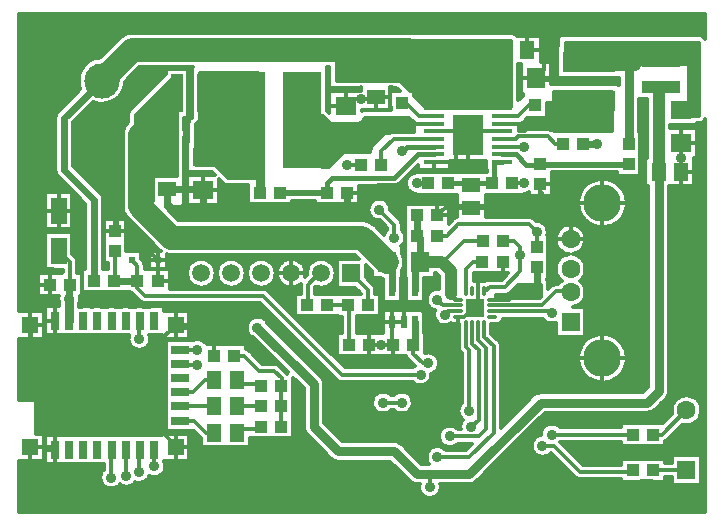
<source format=gtl>
G04 DipTrace 2.4.0.2*
%INusbcharger-bluetooth2.GTL*%
%MOIN*%
%ADD14C,0.0118*%
%ADD15C,0.0787*%
%ADD16C,0.0236*%
%ADD17C,0.0394*%
%ADD18C,0.0315*%
%ADD19C,0.0157*%
%ADD20C,0.0197*%
%ADD21C,0.013*%
%ADD24R,0.0709X0.063*%
%ADD25R,0.0591X0.0512*%
%ADD26R,0.0394X0.0433*%
%ADD27R,0.063X0.0709*%
%ADD28R,0.0512X0.0591*%
%ADD29R,0.0433X0.0394*%
%ADD30R,0.0551X0.0886*%
%ADD32R,0.0236X0.0236*%
%ADD33R,0.063X0.063*%
%ADD34C,0.063*%
%ADD35C,0.063*%
%ADD36C,0.126*%
%ADD37R,0.1299X0.3228*%
%ADD38R,0.0394X0.126*%
%ADD39R,0.1772X0.0709*%
%ADD40R,0.126X0.0394*%
%ADD44R,0.0709X0.0157*%
%ADD45R,0.0984X0.1378*%
%ADD48O,0.0335X0.0118*%
%ADD49O,0.0118X0.0335*%
%ADD50R,0.0591X0.0591*%
%ADD52R,0.0236X0.0433*%
%ADD53C,0.0591*%
%ADD54R,0.0315X0.0591*%
%ADD55R,0.0591X0.0315*%
%ADD56R,0.0551X0.0551*%
%ADD57C,0.1181*%
%ADD58C,0.036*%
%FSLAX44Y44*%
G04*
G70*
G90*
G75*
G01*
%LNTop*%
%LPD*%
X16283Y13625D2*
D14*
Y14813D1*
X16377D1*
X16314D1*
Y14627D1*
X14000Y13625D2*
Y14813D1*
X13940D1*
X12062D1*
X11063D1*
X12062Y14750D2*
Y14813D1*
X16377Y15564D2*
Y15125D1*
Y14813D1*
X14000Y13625D2*
X16283D1*
X2937Y14549D2*
D15*
X3953Y15564D1*
X13189D1*
X13940Y14813D1*
X19449Y12447D2*
D16*
X18982D1*
X2687Y7875D2*
Y10564D1*
X1688Y11564D1*
Y13299D1*
X2937Y14549D1*
X21565Y14323D2*
D17*
X21502D1*
Y13437D1*
X21496D1*
Y11496D1*
X9768Y7063D2*
D14*
X9812D1*
Y7750D1*
X10187Y8125D1*
X10250D1*
X10251Y8126D1*
X1847Y6542D2*
D18*
Y7272D1*
D16*
Y7742D1*
X1875Y7750D1*
X21496Y11496D2*
D18*
Y4184D1*
X21125Y3813D1*
X17563D1*
X15188Y1438D1*
X13937D1*
X13437D1*
X12687Y2187D1*
X10813D1*
X10000Y3000D1*
Y4438D1*
X8125Y6313D1*
X13875Y1000D2*
D14*
Y1375D1*
X13937Y1438D1*
X1875Y7750D2*
Y8501D1*
X1500Y8876D1*
X12625Y7563D2*
D16*
Y8312D1*
X12437Y8500D1*
X5125Y11688D2*
D17*
Y12750D1*
Y13804D1*
X5446Y14125D1*
X12437Y8500D2*
D15*
X11624Y9313D1*
X5251D1*
X4213Y10351D1*
Y12750D1*
X5125D1*
X14812Y6856D2*
D14*
X14481D1*
X14375Y6750D1*
X12937Y3812D2*
X12313D1*
X14812Y7053D2*
X14322D1*
X14125Y7250D1*
X12625Y6500D2*
Y5768D1*
X12643Y5750D1*
X12999Y6500D2*
X12625D1*
X5397Y2322D2*
Y2353D1*
X4563Y3188D1*
Y3250D1*
X4063D1*
Y4250D1*
Y4434D1*
Y5000D1*
X3990D1*
X5397Y6407D1*
X541D2*
Y4434D1*
X1375D1*
Y2322D1*
X541D1*
X1375Y2250D2*
Y2312D1*
X532D2*
X541Y2322D1*
X1375Y6542D2*
Y5813D1*
X563D1*
Y6407D1*
X541D1*
X4063Y4434D2*
X1375D1*
X5125Y10940D2*
D16*
X6271D1*
X6312Y10898D1*
X14000Y11834D2*
D14*
X14750D1*
Y12338D1*
X14987Y12575D1*
X15142Y12729D1*
X14000Y12857D2*
X14875D1*
X15014D1*
X15142Y12729D1*
X16283Y12857D2*
X15438D1*
X15270D1*
X15142Y12729D1*
X17125Y15564D2*
X17689D1*
Y14899D1*
X17417Y14627D1*
X12062Y14002D2*
Y13938D1*
X11589D1*
X11290D1*
X11063Y13710D1*
X15142Y12729D2*
Y11733D1*
X15187Y11688D1*
X17559Y11102D2*
Y10394D1*
X17953D1*
X11125Y10813D2*
D16*
Y10812D1*
Y10188D1*
X7187D1*
X6500D1*
X6312D1*
Y10229D1*
Y10898D1*
X11125Y10812D2*
D14*
X11681D1*
Y10687D1*
X14175D1*
X14627D1*
Y10360D1*
X17598D1*
Y10812D1*
X17559D1*
Y11102D1*
X22244Y11496D2*
Y11969D1*
Y12460D1*
X22250D1*
X17689Y15564D2*
X17705D1*
X6687Y5375D2*
Y5688D1*
X6063Y6312D1*
X5492D1*
X5397Y6407D1*
X15481Y7526D2*
Y7053D1*
X15383Y6955D1*
X14812Y6660D2*
X14997D1*
X15085Y6747D1*
X15175D1*
X15383Y6955D1*
X12643Y5750D2*
Y5187D1*
X10938D1*
X9251Y6874D1*
Y8126D1*
X14812Y6660D2*
Y6375D1*
X14461D1*
X14125D1*
X13437Y7063D1*
X13063D1*
X13000Y7000D1*
Y6501D1*
X12999Y6500D1*
X18563Y9258D2*
Y10467D1*
X19625D1*
Y5293D2*
Y10467D1*
X17598Y10360D2*
X18669D1*
X18563Y10467D1*
X14107Y10062D2*
Y10619D1*
X14175Y10687D1*
X9251Y8126D2*
Y8625D1*
X5402D1*
Y8563D1*
X4804D1*
X4794Y7875D2*
Y8152D1*
X4804D1*
Y8563D1*
X1206Y7750D2*
Y7419D1*
X1375Y7250D1*
Y6542D1*
X11857Y5750D2*
X12250D1*
X12643D1*
X2937Y12580D2*
Y11564D1*
X3386Y11116D1*
Y10000D1*
X3438D1*
Y9543D1*
X3823D1*
X4813Y8552D1*
Y8553D1*
X3375Y9544D2*
X3386Y10000D1*
X18000Y14562D2*
X17481D1*
X17417Y14627D1*
X15375Y7000D2*
Y6963D1*
X15383Y6955D1*
X13500Y4250D2*
X14267D1*
X14461Y4444D1*
Y6375D1*
X541Y6407D2*
Y9417D1*
X562Y9438D1*
X15157Y12953D2*
Y12857D1*
X15014D1*
X15157Y12520D2*
X14875D1*
Y12857D1*
X15438Y12750D2*
Y12857D1*
X14875Y12313D2*
X14987Y12425D1*
Y12575D1*
X14875Y12750D2*
X14896Y12729D1*
X15142D1*
X15438Y12313D2*
Y12857D1*
X5125Y10940D2*
D16*
Y10439D1*
X5367Y10197D1*
X6281D1*
X6312Y10229D1*
X6500Y10187D2*
Y10188D1*
X4250Y4250D2*
D14*
X4063D1*
X4250Y5250D2*
X3990D1*
Y5000D1*
X15252Y10316D2*
X14360D1*
X14107Y10062D1*
X15481Y7526D2*
Y7856D1*
X15689Y8063D1*
X16189D1*
X16314Y8188D1*
Y8480D1*
X16294Y8500D1*
X1500Y10215D2*
X776D1*
X562Y10001D1*
Y9438D1*
X5548Y3215D2*
X6009D1*
X6411Y2813D1*
X6689D1*
X16283Y12601D2*
X16735D1*
X16821Y12688D1*
X17812D1*
X18053Y12447D1*
X18312D1*
X14000Y12601D2*
X12664D1*
X12250Y12188D1*
Y11768D1*
X12232Y11750D1*
X17938Y2750D2*
X20643D1*
X14000Y12345D2*
D19*
X13095D1*
X12937Y12188D1*
X13437Y11125D2*
X13813D1*
X14482D2*
X15942D1*
X16284Y11834D2*
X16024D1*
Y11207D1*
X15942Y11125D1*
X16283Y12345D2*
D14*
X17008D1*
Y11142D2*
X16611D1*
Y11125D1*
X16283Y13113D2*
X17324D1*
X17375Y13063D1*
X19190Y13876D2*
X18564D1*
X17751Y13063D1*
X17375D1*
X14000Y13113D2*
X12949D1*
X12937Y13125D1*
X12375D1*
X11937Y12688D1*
X10187D1*
X9625Y13250D1*
X14000Y13369D2*
X13506D1*
X13062Y13813D1*
X12956D1*
X12937Y13794D1*
X16283Y13369D2*
X16806D1*
X17187Y13750D1*
X17357D1*
X17375Y13732D1*
X19190Y15176D2*
X21551D1*
X21565Y15189D1*
X22250Y13563D2*
X22687D1*
Y15189D1*
X21565D1*
X20500Y12437D2*
D18*
Y15189D1*
X21565D1*
X7750Y13250D2*
D14*
X7875D1*
Y13813D1*
X7562Y14125D1*
X6312D1*
Y12000D2*
Y14125D1*
X8206Y10813D2*
D18*
Y12794D1*
X7750Y13250D1*
X16283Y12090D2*
D19*
X16729D1*
X17069Y11750D1*
X20500D1*
Y11768D1*
X17559Y11772D2*
D14*
Y11768D1*
X20500D1*
X8875Y10813D2*
D20*
X10456D1*
X14000Y12090D2*
D19*
X13464D1*
X12687Y11313D1*
X10625D1*
X10437Y11125D1*
Y10831D1*
X10456Y10813D1*
X6689Y3687D2*
D14*
X5548D1*
Y4160D2*
X5960D1*
X6363Y4563D1*
X6689D1*
X13373Y7563D2*
D16*
Y8334D1*
X13539Y8500D1*
D17*
X14249D1*
X14327Y8423D1*
X14562Y8187D1*
Y7438D1*
D14*
X14749Y7250D1*
X14812D1*
X15643Y9187D2*
X15000D1*
X14375Y8563D1*
Y8471D1*
X14327Y8423D1*
X13539Y8500D2*
D16*
Y9291D1*
X13456Y9375D1*
Y10044D1*
X13437Y10062D1*
X13373Y6500D2*
Y5811D1*
X13312Y5750D1*
X13814Y5123D2*
D14*
X13627D1*
X13312Y5437D1*
Y5750D1*
X15954Y6856D2*
X17894D1*
X17938Y6813D1*
X15954Y7053D2*
X16741D1*
X16750Y7063D1*
X17625D1*
X18082Y7520D1*
X18596D1*
X18563Y7486D1*
X15088Y7526D2*
Y8275D1*
X15313Y8500D1*
X15625D1*
X15678Y7526D2*
X15713D1*
X15860Y7673D1*
X16360D1*
X16875Y8188D1*
Y8750D1*
Y9003D1*
X16690Y9187D1*
X16312D1*
X16937Y7563D2*
X16813D1*
X16500Y7250D1*
X15954D1*
X17437Y8331D2*
D16*
Y7563D1*
X16937D1*
X11813Y7062D2*
D14*
Y7564D1*
X11251Y8126D1*
X10438Y7063D2*
X11143D1*
Y7062D1*
X11187Y5750D2*
Y7018D1*
X11143Y7062D1*
X21312Y2750D2*
X21617D1*
X22425Y3558D1*
X21315Y1562D2*
X22421D1*
X22425Y1558D1*
X17625Y2375D2*
X18000D1*
X18875Y1500D1*
X20584D1*
X20646Y1562D1*
X12688Y9313D2*
Y9750D1*
X12188Y10250D1*
X11125Y11750D2*
X11562D1*
X4188Y1500D2*
Y2228D1*
X4209Y2250D1*
X3357Y7875D2*
D16*
X4125D1*
D14*
Y8375D1*
X3938Y8563D1*
X13562Y4750D2*
X10938D1*
X8312Y7376D1*
X4375D1*
X4125Y7626D1*
Y7875D1*
X3375Y8875D2*
Y7894D1*
X3357Y7875D1*
X15188Y3548D2*
Y5562D1*
X15088Y5662D1*
Y6384D1*
X15250Y3000D2*
X15500Y3250D1*
Y5562D1*
X15285Y5778D1*
Y6384D1*
X17437Y9500D2*
Y9000D1*
X14125Y9375D2*
X14437D1*
X14814Y9751D1*
X17186D1*
X17437Y9500D1*
X14533Y2688D2*
X15500D1*
X15750Y2938D1*
Y5625D1*
X15481Y5894D1*
Y6384D1*
X15678D2*
Y6009D1*
X16000Y5688D1*
Y2813D1*
X15187Y2000D1*
X14125D1*
X7437Y3687D2*
X8250D1*
X7437Y2813D2*
Y2937D1*
X8250D1*
Y3000D1*
X7437Y4563D2*
Y4437D1*
X8250D1*
Y4375D1*
X3250Y1313D2*
Y2236D1*
X3265Y2250D1*
X3750Y1375D2*
Y2237D1*
X3737Y2250D1*
X8919Y4375D2*
Y3687D1*
Y3000D1*
Y4375D2*
X8938D1*
Y4625D1*
X8687Y4875D1*
X8187D1*
X7687Y5375D1*
X7357D1*
X4688Y1688D2*
Y2245D1*
X4682Y2250D1*
X6125Y5062D2*
X5590D1*
X5548Y5105D1*
X6125Y5563D2*
X5562D1*
X5548Y5577D1*
X4188Y5938D2*
Y6520D1*
X4209Y6542D1*
D58*
X19449Y12447D3*
X16377Y15125D3*
X1847Y7272D3*
X8125Y6313D3*
X13875Y1000D3*
X14375Y6750D3*
X12937Y3812D3*
X12313D3*
X14125Y7250D3*
X15187Y11688D3*
X11589Y13938D3*
X17953Y10394D3*
X7187Y10188D3*
X11589Y13938D3*
X17705Y15564D3*
D3*
X22244Y11969D3*
X12250Y5750D3*
X15375Y7000D3*
X13500Y4250D3*
X562Y9438D3*
D3*
X17938Y2750D3*
X12937Y12188D3*
X13437Y11125D3*
X17008Y12345D3*
Y11142D3*
X13814Y5123D3*
X17938Y6813D3*
X16875Y8750D3*
X17625Y2375D3*
X12688Y9313D3*
X12188Y10250D3*
X11125Y11750D3*
X4188Y1500D3*
X13562Y4750D3*
X15188Y3548D3*
X15250Y3000D3*
X17437Y9500D3*
D3*
X14533Y2688D3*
X14125Y2000D3*
X3250Y1313D3*
X3750Y1375D3*
X4688Y1688D3*
X6125Y5062D3*
Y5563D3*
X4188Y5938D3*
X21500Y13437D3*
X17375Y7563D3*
X16937D3*
X14875Y13187D3*
X6500Y10187D3*
X15438Y13187D3*
X15157Y12953D3*
Y12520D3*
X15438Y12750D3*
X14875Y12313D3*
Y12750D3*
X15438Y12313D3*
X5875Y10187D3*
X18000Y14562D3*
X7188Y10625D3*
X1250Y4250D3*
Y5250D3*
X2250Y4250D3*
Y5250D3*
X3250Y4250D3*
Y5250D3*
X4250Y4250D3*
Y5250D3*
Y3250D3*
X3250D3*
X2250D3*
X1250D3*
X16937Y4063D3*
X13500Y4250D3*
X11250Y3563D3*
Y4188D3*
X13187Y4375D3*
X2000Y16438D3*
X3000D3*
X4000D3*
X5000D3*
X6000D3*
X7000D3*
X8000D3*
X9000D3*
X10000D3*
X11000D3*
X12000D3*
X13000D3*
X14000D3*
X15000D3*
X16000D3*
X17000D3*
X18000D3*
X19000D3*
X20000D3*
X21000D3*
X22000D3*
X1000D3*
X10782Y15703D2*
D19*
X16532D1*
X10782Y15546D2*
X16532D1*
X10782Y15390D2*
X16532D1*
X10782Y15234D2*
X16532D1*
X10782Y15078D2*
X16532D1*
X10782Y14922D2*
X16532D1*
X10782Y14766D2*
X16532D1*
X10782Y14609D2*
X16532D1*
X12985Y14453D2*
X16532D1*
X13143Y14297D2*
X16532D1*
X13364Y14141D2*
X16532D1*
X13455Y13985D2*
X16532D1*
X13610Y13829D2*
X16532D1*
X13197Y14226D2*
X13349D1*
Y14076D1*
X13720Y13704D1*
X16546D1*
Y15859D1*
X10766D1*
Y14579D1*
X12815Y14578D1*
X12868Y14556D1*
X13197Y14227D1*
X18035Y14017D2*
X19908D1*
X18033Y13860D2*
X19908D1*
X17801Y13704D2*
X19908D1*
X17801Y13548D2*
X19908D1*
X17801Y13392D2*
X19908D1*
X17075Y13236D2*
X19908D1*
X16869Y13080D2*
X19908D1*
X16869Y12923D2*
X17032D1*
X17969D2*
X19908D1*
X17787Y13797D2*
Y13300D1*
X17125D1*
X17000Y13175D1*
X16937Y13128D1*
X16879Y13105D1*
X16850Y13075D1*
X16853Y12893D1*
X17007Y12892D1*
X17043Y12920D1*
X17115Y12952D1*
X17187Y12962D1*
X17812D1*
X17890Y12950D1*
X17948Y12926D1*
X18016Y12891D1*
X19923Y12893D1*
Y14173D1*
X18018D1*
Y13876D1*
X17980Y13810D1*
X17939Y13798D1*
X17784D1*
X10282Y13172D2*
X10451D1*
X11612D2*
X13263D1*
X10282Y13015D2*
X13281D1*
X10282Y12859D2*
X12555D1*
X10282Y12703D2*
X12200D1*
X10282Y12547D2*
X12045D1*
X10282Y12391D2*
X11888D1*
X10282Y12235D2*
X11844D1*
X10282Y12078D2*
X10825D1*
X10282Y11922D2*
X10670D1*
X10282Y11766D2*
X10515D1*
X11632Y13209D2*
Y13180D1*
X11605D1*
X11553Y13131D1*
X11500Y13109D1*
X10560Y13110D1*
X10507Y13132D1*
X10265Y13374D1*
X10266Y11704D1*
X10469D1*
X10947Y12181D1*
X11000Y12204D1*
X11859D1*
X11860Y12315D1*
X11882Y12368D1*
X12322Y12806D1*
X12375Y12829D1*
X12510D1*
X12591Y12866D1*
X12664Y12875D1*
X13296D1*
Y13156D1*
X13154Y13297D1*
X11718Y13296D1*
X11632Y13208D1*
X6219Y14640D2*
X8094D1*
X6219Y14484D2*
X8094D1*
X6219Y14328D2*
X8094D1*
X6219Y14172D2*
X8094D1*
X6219Y14016D2*
X8094D1*
X6219Y13859D2*
X8094D1*
X6219Y13703D2*
X8094D1*
X6219Y13547D2*
X8094D1*
X6219Y13391D2*
X8094D1*
X6219Y13235D2*
X8094D1*
X6094Y13079D2*
X8094D1*
X6094Y12922D2*
X8094D1*
X6094Y12766D2*
X8094D1*
X6094Y12610D2*
X8094D1*
X6094Y12454D2*
X8094D1*
X6094Y12298D2*
X8094D1*
X6094Y12142D2*
X8094D1*
X6094Y11985D2*
X8094D1*
X6094Y11829D2*
X8094D1*
X6829Y11673D2*
X8094D1*
X6984Y11517D2*
X8094D1*
X7141Y11361D2*
X8094D1*
X6157Y11766D2*
X6690Y11765D1*
X6743Y11743D1*
X7158Y11328D1*
X8109Y11329D1*
Y14796D1*
X6204D1*
X6203Y13248D1*
X6181Y13194D1*
X6078Y13092D1*
X6079Y11766D1*
X6157D1*
X18408Y15642D2*
X22781D1*
X18408Y15486D2*
X22781D1*
X18408Y15329D2*
X22781D1*
X18408Y15173D2*
X22781D1*
X18408Y15017D2*
X20766D1*
X22532D2*
X22781D1*
X22532Y14861D2*
X22781D1*
X22532Y14705D2*
X22781D1*
X22532Y14549D2*
X22781D1*
X22532Y14392D2*
X22781D1*
X22532Y14236D2*
X22781D1*
X22532Y14080D2*
X22781D1*
X22532Y13924D2*
X22781D1*
X22532Y13768D2*
X22781D1*
X22532Y13612D2*
X22781D1*
X22532Y13455D2*
X22781D1*
X18393Y15800D2*
X18391Y14954D1*
X20721Y14955D1*
X20886Y15120D1*
X20940Y15143D1*
X22438Y15141D1*
X22504Y15103D1*
X22516Y15063D1*
Y13391D1*
X22796D1*
Y15796D1*
X18394Y15798D1*
X5203Y14508D2*
X5383D1*
X5045Y14352D2*
X5383D1*
X4888Y14196D2*
X5386D1*
X4733Y14040D2*
X5386D1*
X4575Y13884D2*
X5388D1*
X4418Y13727D2*
X5388D1*
X4261Y13571D2*
X5388D1*
X4106Y13415D2*
X5390D1*
X4094Y13259D2*
X5390D1*
X4094Y13103D2*
X5390D1*
X4094Y12947D2*
X5393D1*
X4094Y12790D2*
X5393D1*
X4094Y12634D2*
X5393D1*
X4094Y12478D2*
X5395D1*
X4094Y12322D2*
X5395D1*
X4094Y12166D2*
X5395D1*
X4094Y12010D2*
X5398D1*
X4094Y11853D2*
X5398D1*
X4094Y11697D2*
X5400D1*
X4094Y11541D2*
X5400D1*
X4094Y11385D2*
X4598D1*
X4094Y11229D2*
X4598D1*
X4094Y11073D2*
X4598D1*
X4094Y10916D2*
X4598D1*
X4094Y10760D2*
X4598D1*
X4094Y10604D2*
X4598D1*
X4693Y11410D2*
X5419D1*
X5415Y11682D1*
X5398Y14661D1*
X5303Y14624D1*
X4077Y13403D1*
X4079Y12335D1*
Y10579D1*
X4613D1*
X4615Y11177D1*
Y11410D1*
X4693D1*
X16669Y7578D2*
X17531D1*
X16485Y7421D2*
X17531D1*
X16079Y7327D2*
X16695Y7331D1*
X16829Y7337D1*
X17510D1*
X17546Y7371D1*
Y7734D1*
X16809D1*
X16554Y7479D1*
X16491Y7432D1*
X16433Y7409D1*
X16360Y7399D1*
X16077D1*
X16079Y7325D1*
X189Y16635D2*
D14*
X23039D1*
X189Y16518D2*
X23039D1*
X189Y16402D2*
X23039D1*
X189Y16285D2*
X23039D1*
X189Y16168D2*
X23039D1*
X189Y16051D2*
X3634D1*
X16779D2*
X18252D1*
X22932D2*
X23039D1*
X189Y15934D2*
X3497D1*
X17574D2*
X18130D1*
X189Y15818D2*
X3381D1*
X17574D2*
X18121D1*
X189Y15701D2*
X3265D1*
X17574D2*
X18110D1*
X189Y15584D2*
X3147D1*
X17574D2*
X18110D1*
X189Y15467D2*
X3030D1*
X17574D2*
X18110D1*
X189Y15350D2*
X2914D1*
X17574D2*
X18110D1*
X189Y15234D2*
X2569D1*
X17574D2*
X18110D1*
X189Y15117D2*
X2403D1*
X17925D2*
X18110D1*
X189Y15000D2*
X2300D1*
X16823D2*
X16908D1*
X17925D2*
X18110D1*
X189Y14883D2*
X2229D1*
X4097D2*
X5057D1*
X5837D2*
X5922D1*
X16823D2*
X16908D1*
X17925D2*
X18110D1*
X189Y14766D2*
X2185D1*
X3980D2*
X5057D1*
X5837D2*
X5922D1*
X16823D2*
X16908D1*
X17925D2*
X18110D1*
X189Y14650D2*
X2159D1*
X3864D2*
X4948D1*
X5837D2*
X5922D1*
X16823D2*
X16908D1*
X17925D2*
X18110D1*
X189Y14533D2*
X2154D1*
X3748D2*
X4830D1*
X5837D2*
X5922D1*
X16823D2*
X16908D1*
X17925D2*
X20149D1*
X189Y14416D2*
X2165D1*
X3711D2*
X4713D1*
X5837D2*
X5922D1*
X16823D2*
X16908D1*
X189Y14299D2*
X2194D1*
X3680D2*
X4595D1*
X5837D2*
X5922D1*
X10467D2*
X11573D1*
X12551D2*
X12745D1*
X16823D2*
X16908D1*
X189Y14182D2*
X2135D1*
X3630D2*
X4479D1*
X5837D2*
X5922D1*
X16823D2*
X16908D1*
X189Y14066D2*
X2019D1*
X3552D2*
X4361D1*
X5837D2*
X5922D1*
X16819D2*
X16984D1*
X189Y13949D2*
X1901D1*
X3436D2*
X4245D1*
X5837D2*
X5922D1*
X189Y13832D2*
X1785D1*
X3237D2*
X4127D1*
X5837D2*
X5922D1*
X20852D2*
X21112D1*
X189Y13715D2*
X1668D1*
X2539D2*
X4010D1*
X5837D2*
X5922D1*
X20852D2*
X21112D1*
X189Y13598D2*
X1552D1*
X2423D2*
X3892D1*
X5837D2*
X5922D1*
X20852D2*
X21112D1*
X189Y13482D2*
X1438D1*
X2307D2*
X3811D1*
X5837D2*
X5922D1*
X20852D2*
X21109D1*
X189Y13365D2*
X1382D1*
X2190D2*
X3807D1*
X5837D2*
X5922D1*
X20852D2*
X21105D1*
X189Y13248D2*
X1375D1*
X2072D2*
X3807D1*
X5678D2*
X5854D1*
X20852D2*
X21105D1*
X189Y13131D2*
X1375D1*
X1998D2*
X3770D1*
X5680D2*
X5806D1*
X20852D2*
X21105D1*
X22900D2*
X23039D1*
X189Y13014D2*
X1375D1*
X1998D2*
X3689D1*
X5680D2*
X5806D1*
X20852D2*
X21105D1*
X21887D2*
X23039D1*
X189Y12898D2*
X1375D1*
X1998D2*
X3645D1*
X5693D2*
X5806D1*
X20852D2*
X21105D1*
X22799D2*
X23039D1*
X189Y12781D2*
X1375D1*
X1998D2*
X3626D1*
X5711D2*
X5806D1*
X20890D2*
X21105D1*
X22799D2*
X23039D1*
X189Y12664D2*
X1375D1*
X1998D2*
X3625D1*
X5706D2*
X5806D1*
X20890D2*
X21105D1*
X22799D2*
X23039D1*
X189Y12547D2*
X1375D1*
X1998D2*
X3625D1*
X5682D2*
X5806D1*
X20890D2*
X21105D1*
X22799D2*
X23039D1*
X189Y12430D2*
X1375D1*
X1998D2*
X3625D1*
X5684D2*
X5763D1*
X20890D2*
X21105D1*
X22799D2*
X23039D1*
X189Y12314D2*
X1375D1*
X1998D2*
X3625D1*
X5684D2*
X5763D1*
X20890D2*
X21105D1*
X22799D2*
X23039D1*
X189Y12197D2*
X1375D1*
X1998D2*
X3625D1*
X5684D2*
X5763D1*
X20890D2*
X21105D1*
X22799D2*
X23039D1*
X189Y12080D2*
X1375D1*
X1998D2*
X3625D1*
X5686D2*
X5763D1*
X20890D2*
X21105D1*
X22799D2*
X23039D1*
X189Y11963D2*
X1375D1*
X1998D2*
X3625D1*
X5686D2*
X5763D1*
X20890D2*
X21046D1*
X22693D2*
X23039D1*
X189Y11846D2*
X1375D1*
X1998D2*
X3625D1*
X5686D2*
X5763D1*
X14548D2*
X15736D1*
X20890D2*
X21046D1*
X22693D2*
X23039D1*
X189Y11730D2*
X1375D1*
X1998D2*
X3625D1*
X5687D2*
X5763D1*
X14548D2*
X15736D1*
X20890D2*
X21046D1*
X22693D2*
X23039D1*
X189Y11613D2*
X1375D1*
X2074D2*
X3625D1*
X5687D2*
X5763D1*
X13368D2*
X13451D1*
X14548D2*
X15736D1*
X20890D2*
X21046D1*
X22693D2*
X23039D1*
X189Y11496D2*
X1384D1*
X2192D2*
X3625D1*
X5689D2*
X6611D1*
X13250D2*
X13402D1*
X20890D2*
X21046D1*
X22693D2*
X23039D1*
X189Y11379D2*
X1440D1*
X2308D2*
X3625D1*
X5689D2*
X5763D1*
X17949D2*
X20110D1*
X20890D2*
X21046D1*
X22693D2*
X23039D1*
X189Y11262D2*
X1554D1*
X2425D2*
X3625D1*
X5689D2*
X5763D1*
X13018D2*
X13090D1*
X17949D2*
X19455D1*
X19796D2*
X21046D1*
X22693D2*
X23039D1*
X189Y11146D2*
X1670D1*
X2541D2*
X3625D1*
X5691D2*
X5764D1*
X6861D2*
X6961D1*
X12901D2*
X13064D1*
X17949D2*
X19169D1*
X20082D2*
X21046D1*
X22693D2*
X23039D1*
X189Y11029D2*
X1786D1*
X2659D2*
X3625D1*
X5691D2*
X5764D1*
X6861D2*
X7795D1*
X11536D2*
X13077D1*
X17949D2*
X19029D1*
X20222D2*
X21046D1*
X22693D2*
X23039D1*
X189Y10912D2*
X1903D1*
X2775D2*
X3625D1*
X5691D2*
X5764D1*
X6861D2*
X7795D1*
X11536D2*
X13132D1*
X17949D2*
X18935D1*
X20317D2*
X21145D1*
X21846D2*
X23039D1*
X189Y10795D2*
X1032D1*
X2892D2*
X3625D1*
X5693D2*
X5764D1*
X6861D2*
X7795D1*
X11536D2*
X13278D1*
X17949D2*
X18872D1*
X20379D2*
X21145D1*
X21846D2*
X23039D1*
X189Y10678D2*
X1032D1*
X1969D2*
X2137D1*
X2976D2*
X3625D1*
X5693D2*
X5764D1*
X6861D2*
X7795D1*
X11536D2*
X14762D1*
X15740D2*
X18829D1*
X20422D2*
X21145D1*
X21846D2*
X23039D1*
X189Y10562D2*
X1032D1*
X1969D2*
X2253D1*
X2999D2*
X3625D1*
X5693D2*
X5764D1*
X6861D2*
X7795D1*
X11536D2*
X11992D1*
X12383D2*
X14762D1*
X15740D2*
X18807D1*
X20444D2*
X21145D1*
X21846D2*
X23039D1*
X189Y10445D2*
X1032D1*
X1969D2*
X2371D1*
X2999D2*
X3625D1*
X5686D2*
X5763D1*
X6861D2*
X7795D1*
X9284D2*
X10045D1*
X11536D2*
X11870D1*
X12505D2*
X14762D1*
X15740D2*
X18802D1*
X20449D2*
X21145D1*
X21846D2*
X23039D1*
X189Y10328D2*
X1032D1*
X1969D2*
X2375D1*
X2999D2*
X3626D1*
X5567D2*
X11822D1*
X12553D2*
X13027D1*
X14516D2*
X14762D1*
X15740D2*
X18815D1*
X20436D2*
X21145D1*
X21846D2*
X23039D1*
X189Y10211D2*
X1032D1*
X1969D2*
X2375D1*
X2999D2*
X3643D1*
X5178D2*
X11817D1*
X12578D2*
X13027D1*
X14516D2*
X14762D1*
X15740D2*
X18842D1*
X20407D2*
X21145D1*
X21846D2*
X23039D1*
X189Y10094D2*
X1032D1*
X1969D2*
X2375D1*
X2999D2*
X3685D1*
X5294D2*
X11850D1*
X12695D2*
X13027D1*
X14516D2*
X14762D1*
X15740D2*
X18892D1*
X20359D2*
X21145D1*
X21846D2*
X23039D1*
X189Y9978D2*
X1032D1*
X1969D2*
X2375D1*
X2999D2*
X3763D1*
X5412D2*
X11938D1*
X12813D2*
X13027D1*
X14516D2*
X14720D1*
X17279D2*
X18966D1*
X20285D2*
X21145D1*
X21846D2*
X23039D1*
X189Y9861D2*
X1032D1*
X1969D2*
X2375D1*
X3766D2*
X3877D1*
X11813D2*
X12224D1*
X12912D2*
X13027D1*
X17471D2*
X19073D1*
X20178D2*
X21145D1*
X21846D2*
X23039D1*
X189Y9744D2*
X1032D1*
X1969D2*
X2375D1*
X3766D2*
X3994D1*
X12017D2*
X12341D1*
X12940D2*
X13027D1*
X17716D2*
X18449D1*
X18676D2*
X19243D1*
X20006D2*
X21145D1*
X21846D2*
X23039D1*
X189Y9627D2*
X1032D1*
X1969D2*
X2375D1*
X3766D2*
X4112D1*
X12136D2*
X12435D1*
X12940D2*
X13046D1*
X17788D2*
X18219D1*
X18907D2*
X21145D1*
X21846D2*
X23039D1*
X189Y9510D2*
X2375D1*
X3766D2*
X4228D1*
X12252D2*
X12372D1*
X17810D2*
X18123D1*
X19003D2*
X21145D1*
X21846D2*
X23039D1*
X189Y9394D2*
X1032D1*
X1969D2*
X2375D1*
X3766D2*
X4344D1*
X17827D2*
X18073D1*
X19052D2*
X21145D1*
X21846D2*
X23039D1*
X189Y9277D2*
X1032D1*
X1969D2*
X2375D1*
X3766D2*
X4461D1*
X17827D2*
X18054D1*
X19071D2*
X21145D1*
X21846D2*
X23039D1*
X189Y9160D2*
X1032D1*
X1969D2*
X2375D1*
X3766D2*
X4579D1*
X17827D2*
X18064D1*
X19062D2*
X21145D1*
X21846D2*
X23039D1*
X189Y9043D2*
X1032D1*
X1969D2*
X2375D1*
X3766D2*
X4695D1*
X12940D2*
X13046D1*
X17827D2*
X18102D1*
X19023D2*
X21145D1*
X21846D2*
X23039D1*
X189Y8927D2*
X1032D1*
X1969D2*
X2375D1*
X3766D2*
X4811D1*
X12946D2*
X13030D1*
X17827D2*
X18180D1*
X18943D2*
X21145D1*
X21846D2*
X23039D1*
X189Y8810D2*
X1032D1*
X1969D2*
X2375D1*
X4250D2*
X4492D1*
X12946D2*
X13030D1*
X17827D2*
X18337D1*
X18788D2*
X21145D1*
X21846D2*
X23039D1*
X189Y8693D2*
X1032D1*
X2035D2*
X2375D1*
X4250D2*
X4492D1*
X5115D2*
X11418D1*
X17827D2*
X18285D1*
X18840D2*
X21145D1*
X21846D2*
X23039D1*
X189Y8576D2*
X1032D1*
X2116D2*
X2375D1*
X4276D2*
X4492D1*
X5115D2*
X6083D1*
X6420D2*
X7083D1*
X7420D2*
X8081D1*
X8421D2*
X9082D1*
X9421D2*
X10082D1*
X10421D2*
X10763D1*
X17827D2*
X18156D1*
X18967D2*
X21145D1*
X21846D2*
X23039D1*
X189Y8459D2*
X1032D1*
X2128D2*
X2375D1*
X2999D2*
X3123D1*
X4362D2*
X4492D1*
X5115D2*
X5898D1*
X6605D2*
X6898D1*
X7605D2*
X7899D1*
X8603D2*
X8899D1*
X9604D2*
X9899D1*
X10604D2*
X10763D1*
X17827D2*
X18089D1*
X19036D2*
X21145D1*
X21846D2*
X23039D1*
X189Y8343D2*
X1032D1*
X2128D2*
X2375D1*
X2999D2*
X3123D1*
X4377D2*
X4492D1*
X5115D2*
X5815D1*
X6688D2*
X6815D1*
X7688D2*
X7814D1*
X8688D2*
X8814D1*
X9688D2*
X9814D1*
X10689D2*
X10763D1*
X17827D2*
X18058D1*
X19067D2*
X21145D1*
X21846D2*
X23039D1*
X189Y8226D2*
X1622D1*
X2128D2*
X2277D1*
X5204D2*
X5773D1*
X11741D2*
X11887D1*
X12955D2*
X13031D1*
X17827D2*
X18056D1*
X19069D2*
X21145D1*
X21846D2*
X23039D1*
X189Y8109D2*
X795D1*
X5204D2*
X5763D1*
X11741D2*
X11929D1*
X12946D2*
X13030D1*
X15341D2*
X16443D1*
X17827D2*
X18082D1*
X19043D2*
X21145D1*
X21846D2*
X23039D1*
X189Y7992D2*
X795D1*
X5204D2*
X5782D1*
X6721D2*
X6782D1*
X7721D2*
X7782D1*
X11741D2*
X11929D1*
X12946D2*
X13030D1*
X14047D2*
X14171D1*
X15341D2*
X16327D1*
X17827D2*
X18141D1*
X18984D2*
X21145D1*
X21846D2*
X23039D1*
X189Y7875D2*
X795D1*
X5204D2*
X5834D1*
X6669D2*
X6834D1*
X7669D2*
X7834D1*
X8670D2*
X8834D1*
X10668D2*
X10763D1*
X11855D2*
X12313D1*
X12936D2*
X13060D1*
X13684D2*
X14171D1*
X15341D2*
X15718D1*
X17807D2*
X18243D1*
X18883D2*
X21145D1*
X21846D2*
X23039D1*
X189Y7759D2*
X795D1*
X5204D2*
X5935D1*
X6568D2*
X6935D1*
X7568D2*
X7936D1*
X8568D2*
X8936D1*
X10567D2*
X10763D1*
X11971D2*
X12313D1*
X12936D2*
X13060D1*
X13684D2*
X14171D1*
X17818D2*
X18040D1*
X18990D2*
X21145D1*
X21846D2*
X23039D1*
X189Y7642D2*
X795D1*
X5204D2*
X9560D1*
X10065D2*
X11383D1*
X12052D2*
X12313D1*
X12936D2*
X13060D1*
X13684D2*
X14171D1*
X19047D2*
X21145D1*
X21846D2*
X23039D1*
X189Y7525D2*
X795D1*
X8515D2*
X9560D1*
X10065D2*
X11499D1*
X12065D2*
X12313D1*
X12936D2*
X13060D1*
X13684D2*
X13878D1*
X19069D2*
X21145D1*
X21846D2*
X23039D1*
X189Y7408D2*
X795D1*
X2284D2*
X3990D1*
X8631D2*
X9358D1*
X12222D2*
X12313D1*
X12936D2*
X13060D1*
X13684D2*
X13788D1*
X19065D2*
X21145D1*
X21846D2*
X23039D1*
X189Y7291D2*
X1475D1*
X2220D2*
X4108D1*
X8749D2*
X9358D1*
X12222D2*
X12313D1*
X12936D2*
X13060D1*
X13684D2*
X13754D1*
X19032D2*
X21145D1*
X21846D2*
X23039D1*
X189Y7175D2*
X1488D1*
X2207D2*
X4232D1*
X8865D2*
X9358D1*
X12222D2*
X12313D1*
X12936D2*
X13060D1*
X13684D2*
X13760D1*
X18962D2*
X21145D1*
X21846D2*
X23039D1*
X189Y7058D2*
X1497D1*
X2198D2*
X8277D1*
X8982D2*
X9358D1*
X12222D2*
X13806D1*
X18825D2*
X21145D1*
X21846D2*
X23039D1*
X189Y6941D2*
X1024D1*
X5032D2*
X8393D1*
X9100D2*
X9358D1*
X12222D2*
X13926D1*
X19071D2*
X21145D1*
X21846D2*
X23039D1*
X5866Y6824D2*
X8511D1*
X9216D2*
X9358D1*
X12222D2*
X12313D1*
X13684D2*
X14009D1*
X19071D2*
X21145D1*
X21846D2*
X23039D1*
X5866Y6707D2*
X8628D1*
X12222D2*
X12313D1*
X13684D2*
X14004D1*
X19071D2*
X21145D1*
X21846D2*
X23039D1*
X5866Y6591D2*
X7882D1*
X8369D2*
X8744D1*
X9449D2*
X10934D1*
X11440D2*
X12313D1*
X13684D2*
X14039D1*
X16304D2*
X17641D1*
X19071D2*
X21145D1*
X21846D2*
X23039D1*
X5866Y6474D2*
X7790D1*
X8461D2*
X8862D1*
X9567D2*
X10934D1*
X11440D2*
X12313D1*
X13684D2*
X14129D1*
X16227D2*
X17800D1*
X19071D2*
X21145D1*
X21846D2*
X23039D1*
X5866Y6357D2*
X7755D1*
X8572D2*
X8978D1*
X9683D2*
X10934D1*
X11440D2*
X12313D1*
X13684D2*
X14836D1*
X15932D2*
X18054D1*
X19071D2*
X21145D1*
X21846D2*
X23039D1*
X5866Y6240D2*
X7758D1*
X8688D2*
X9095D1*
X9799D2*
X10934D1*
X11440D2*
X12313D1*
X13684D2*
X14836D1*
X15932D2*
X18054D1*
X19071D2*
X21145D1*
X21846D2*
X23039D1*
X5866Y6123D2*
X7805D1*
X8806D2*
X9213D1*
X9917D2*
X10778D1*
X13723D2*
X14836D1*
X15932D2*
X18054D1*
X19071D2*
X21145D1*
X21846D2*
X23039D1*
X1011Y6007D2*
X3820D1*
X4554D2*
X4927D1*
X5866D2*
X7921D1*
X8923D2*
X9329D1*
X10034D2*
X10778D1*
X13723D2*
X14836D1*
X16033D2*
X18054D1*
X19071D2*
X19226D1*
X20025D2*
X21145D1*
X21846D2*
X23039D1*
X189Y5890D2*
X3817D1*
X4558D2*
X5059D1*
X6291D2*
X8056D1*
X9039D2*
X9445D1*
X10150D2*
X10778D1*
X13723D2*
X14836D1*
X16149D2*
X19064D1*
X20187D2*
X21145D1*
X21846D2*
X23039D1*
X189Y5773D2*
X3853D1*
X4521D2*
X5059D1*
X6431D2*
X8174D1*
X9157D2*
X9561D1*
X10266D2*
X10778D1*
X13723D2*
X14836D1*
X16236D2*
X18959D1*
X20293D2*
X21145D1*
X21846D2*
X23039D1*
X189Y5656D2*
X3948D1*
X4427D2*
X5059D1*
X7767D2*
X8290D1*
X9273D2*
X9680D1*
X10384D2*
X10778D1*
X13723D2*
X14836D1*
X16253D2*
X18888D1*
X20363D2*
X21145D1*
X21846D2*
X23039D1*
X189Y5539D2*
X5059D1*
X7876D2*
X8406D1*
X9389D2*
X9796D1*
X10500D2*
X10778D1*
X13723D2*
X14869D1*
X16253D2*
X18840D1*
X20411D2*
X21145D1*
X21846D2*
X23039D1*
X189Y5423D2*
X5059D1*
X7992D2*
X8522D1*
X9506D2*
X9912D1*
X10617D2*
X10778D1*
X14029D2*
X14935D1*
X16253D2*
X18813D1*
X20438D2*
X21145D1*
X21846D2*
X23039D1*
X189Y5306D2*
X5059D1*
X8109D2*
X8641D1*
X9624D2*
X10030D1*
X10735D2*
X13099D1*
X14138D2*
X14935D1*
X16253D2*
X18802D1*
X20449D2*
X21145D1*
X21846D2*
X23039D1*
X189Y5189D2*
X5059D1*
X8225D2*
X8757D1*
X9740D2*
X10146D1*
X10851D2*
X13208D1*
X14182D2*
X14935D1*
X16253D2*
X18809D1*
X20442D2*
X21145D1*
X21846D2*
X23039D1*
X189Y5072D2*
X5059D1*
X9856D2*
X10263D1*
X10967D2*
X13326D1*
X14184D2*
X14935D1*
X16253D2*
X18833D1*
X20418D2*
X21145D1*
X21846D2*
X23039D1*
X189Y4955D2*
X5059D1*
X9974D2*
X10379D1*
X14147D2*
X14935D1*
X16253D2*
X18876D1*
X20376D2*
X21145D1*
X21846D2*
X23039D1*
X189Y4839D2*
X5059D1*
X10091D2*
X10497D1*
X14049D2*
X14935D1*
X16253D2*
X18942D1*
X20309D2*
X21145D1*
X21846D2*
X23039D1*
X189Y4722D2*
X5059D1*
X10207D2*
X10613D1*
X13935D2*
X14935D1*
X16253D2*
X19038D1*
X20213D2*
X21145D1*
X21846D2*
X23039D1*
X189Y4605D2*
X5059D1*
X10307D2*
X10730D1*
X13905D2*
X14935D1*
X16253D2*
X19184D1*
X20067D2*
X21145D1*
X21846D2*
X23039D1*
X189Y4488D2*
X5059D1*
X9329D2*
X9458D1*
X10347D2*
X13300D1*
X13824D2*
X14935D1*
X16253D2*
X19510D1*
X19741D2*
X21145D1*
X21846D2*
X23039D1*
X189Y4371D2*
X5059D1*
X9329D2*
X9574D1*
X10351D2*
X14935D1*
X16253D2*
X21145D1*
X21846D2*
X23039D1*
X189Y4255D2*
X5059D1*
X9329D2*
X9648D1*
X10351D2*
X14935D1*
X16253D2*
X21075D1*
X21846D2*
X23039D1*
X189Y4138D2*
X5059D1*
X9329D2*
X9648D1*
X10351D2*
X12143D1*
X12482D2*
X12767D1*
X13108D2*
X14935D1*
X16253D2*
X17455D1*
X21845D2*
X23039D1*
X189Y4021D2*
X5059D1*
X9329D2*
X9648D1*
X10351D2*
X12005D1*
X13245D2*
X14935D1*
X16253D2*
X17279D1*
X21806D2*
X22232D1*
X22618D2*
X23039D1*
X189Y3904D2*
X5059D1*
X9329D2*
X9648D1*
X10351D2*
X11951D1*
X13300D2*
X14935D1*
X16253D2*
X17163D1*
X21708D2*
X22057D1*
X22793D2*
X23039D1*
X756Y3787D2*
X5059D1*
X9329D2*
X9648D1*
X10351D2*
X11940D1*
X13309D2*
X14904D1*
X16253D2*
X17047D1*
X21592D2*
X21972D1*
X22878D2*
X23039D1*
X756Y3671D2*
X5059D1*
X9329D2*
X9648D1*
X10351D2*
X11968D1*
X13282D2*
X14836D1*
X16253D2*
X16929D1*
X21475D2*
X21930D1*
X22920D2*
X23039D1*
X756Y3554D2*
X5059D1*
X9329D2*
X9648D1*
X10351D2*
X12047D1*
X12577D2*
X12673D1*
X13202D2*
X14814D1*
X16253D2*
X16812D1*
X21355D2*
X21917D1*
X22933D2*
X23039D1*
X756Y3437D2*
X5059D1*
X9329D2*
X9648D1*
X10351D2*
X14832D1*
X16253D2*
X16696D1*
X17679D2*
X21932D1*
X22919D2*
X23039D1*
X756Y3320D2*
X5059D1*
X9329D2*
X9648D1*
X10351D2*
X14895D1*
X16253D2*
X16578D1*
X17561D2*
X21836D1*
X22872D2*
X23039D1*
X756Y3203D2*
X5059D1*
X9329D2*
X9648D1*
X10351D2*
X14939D1*
X16253D2*
X16462D1*
X17445D2*
X21718D1*
X22784D2*
X23039D1*
X756Y3087D2*
X5059D1*
X9329D2*
X9648D1*
X10404D2*
X14887D1*
X16253D2*
X16345D1*
X17329D2*
X17794D1*
X18082D2*
X20234D1*
X22594D2*
X23039D1*
X756Y2970D2*
X5059D1*
X9329D2*
X9650D1*
X10523D2*
X14295D1*
X14771D2*
X14878D1*
X17211D2*
X17639D1*
X22190D2*
X23039D1*
X756Y2853D2*
X6018D1*
X9329D2*
X9683D1*
X10639D2*
X14199D1*
X17094D2*
X17578D1*
X22073D2*
X23039D1*
X1011Y2736D2*
X4927D1*
X5866D2*
X6134D1*
X9329D2*
X9772D1*
X10755D2*
X14162D1*
X16978D2*
X17563D1*
X21955D2*
X23039D1*
X5866Y2619D2*
X6240D1*
X7887D2*
X9888D1*
X10871D2*
X14166D1*
X16862D2*
X17348D1*
X21839D2*
X23039D1*
X5866Y2503D2*
X6240D1*
X7887D2*
X10006D1*
X12826D2*
X14210D1*
X16744D2*
X17276D1*
X18226D2*
X20234D1*
X21723D2*
X23039D1*
X5866Y2386D2*
X6240D1*
X7887D2*
X10122D1*
X12981D2*
X14321D1*
X14745D2*
X15222D1*
X16627D2*
X17252D1*
X18342D2*
X20234D1*
X21723D2*
X23039D1*
X5866Y2269D2*
X10239D1*
X13097D2*
X13871D1*
X14378D2*
X15103D1*
X16511D2*
X17268D1*
X18458D2*
X23039D1*
X5866Y2152D2*
X10357D1*
X13215D2*
X13786D1*
X16393D2*
X17329D1*
X18574D2*
X23039D1*
X5866Y2035D2*
X10473D1*
X13331D2*
X13753D1*
X16277D2*
X17488D1*
X17761D2*
X17988D1*
X18692D2*
X21917D1*
X22933D2*
X23039D1*
X5866Y1919D2*
X10593D1*
X13448D2*
X13760D1*
X16160D2*
X18104D1*
X18809D2*
X20236D1*
X21725D2*
X21917D1*
X22933D2*
X23039D1*
X189Y1802D2*
X1024D1*
X5043D2*
X12582D1*
X13564D2*
X13810D1*
X16044D2*
X18220D1*
X18925D2*
X20236D1*
X22933D2*
X23039D1*
X189Y1685D2*
X2997D1*
X5062D2*
X12699D1*
X15926D2*
X18337D1*
X22933D2*
X23039D1*
X189Y1568D2*
X2982D1*
X5042D2*
X12815D1*
X15810D2*
X18455D1*
X22933D2*
X23039D1*
X189Y1451D2*
X2905D1*
X4973D2*
X12931D1*
X15694D2*
X18571D1*
X22933D2*
X23039D1*
X189Y1335D2*
X2877D1*
X4521D2*
X4597D1*
X4779D2*
X13049D1*
X15575D2*
X18687D1*
X22933D2*
X23039D1*
X189Y1218D2*
X2888D1*
X4425D2*
X13166D1*
X15459D2*
X20236D1*
X21725D2*
X21917D1*
X22933D2*
X23039D1*
X189Y1101D2*
X2945D1*
X3999D2*
X13382D1*
X15243D2*
X21917D1*
X22933D2*
X23039D1*
X189Y984D2*
X3086D1*
X3414D2*
X13502D1*
X14249D2*
X23039D1*
X189Y867D2*
X13527D1*
X14223D2*
X23039D1*
X189Y751D2*
X13601D1*
X14149D2*
X23039D1*
X189Y634D2*
X23039D1*
X189Y517D2*
X23039D1*
X189Y400D2*
X23039D1*
X189Y283D2*
X23039D1*
X11586Y14316D2*
X10526D1*
Y14417D1*
X10510Y14460D1*
X10506Y14559D1*
Y14989D1*
X10456Y14987D1*
Y13549D1*
X10526Y13481D1*
Y14207D1*
X11585D1*
Y14318D1*
X11599Y13565D2*
Y13534D1*
X11665Y13555D1*
X11666Y13564D1*
X11599D1*
X11648Y13553D1*
X11746Y13557D1*
X12560D1*
X12559Y13809D1*
Y14193D1*
X12863D1*
X12738Y14317D1*
X12541Y14318D1*
X12538Y14312D1*
X12540Y14275D1*
Y13564D1*
X11666D1*
X6614Y11503D2*
X5776D1*
Y12497D1*
X5819D1*
X5818Y13125D1*
X5828Y13183D1*
X5856Y13236D1*
X5913Y13295D1*
X5933Y13315D1*
X5934Y14731D1*
Y14937D1*
X5954D1*
X5981Y14986D1*
X5689Y14988D1*
X4192D1*
X3709Y14506D1*
X3701Y14431D1*
X3674Y14316D1*
X3630Y14207D1*
X3570Y14105D1*
X3495Y14014D1*
X3407Y13935D1*
X3308Y13871D1*
X3201Y13823D1*
X3087Y13791D1*
X2970Y13777D1*
X2852Y13781D1*
X2736Y13803D1*
X2647Y13834D1*
X1987Y13174D1*
X1988Y11688D1*
X2900Y10776D1*
X2937Y10730D1*
X2965Y10678D1*
X2982Y10622D1*
X2987Y10564D1*
Y8255D1*
X3086Y8254D1*
X3134D1*
Y8478D1*
X2996Y8477D1*
X2998Y9273D1*
X2996Y9311D1*
Y9943D1*
X3754D1*
X3756Y8863D1*
X4238D1*
Y8602D1*
X4296Y8545D1*
X4332Y8499D1*
X4356Y8445D1*
X4366Y8375D1*
Y8255D1*
X4524Y8254D1*
X5193D1*
Y7617D1*
X8312D1*
X8370Y7610D1*
X8425Y7588D1*
X8482Y7546D1*
X11038Y4990D1*
X11587Y4991D1*
X13294D1*
X13349Y5042D1*
X13360Y5049D1*
X13142Y5267D1*
X13106Y5314D1*
X13082Y5369D1*
X12943Y5371D1*
X12914Y5373D1*
X12876Y5371D1*
X10789D1*
Y6129D1*
X10946D1*
X10947Y6682D1*
X10745Y6684D1*
X10039D1*
X9370D1*
Y7441D1*
X9571D1*
X9572Y7752D1*
X9560Y7762D1*
X9503Y7720D1*
X9440Y7688D1*
X9373Y7665D1*
X9304Y7652D1*
X9233Y7649D1*
X9163Y7657D1*
X9094Y7675D1*
X9029Y7703D1*
X8969Y7741D1*
X8915Y7787D1*
X8869Y7840D1*
X8831Y7900D1*
X8802Y7965D1*
X8783Y8033D1*
X8775Y8103D1*
X8777Y8174D1*
X8789Y8244D1*
X8811Y8311D1*
X8844Y8374D1*
X8885Y8431D1*
X8934Y8482D1*
X8990Y8525D1*
X9052Y8559D1*
X9119Y8584D1*
X9188Y8599D1*
X9259Y8603D1*
X9329Y8597D1*
X9398Y8580D1*
X9463Y8553D1*
X9524Y8517D1*
X9579Y8472D1*
X9627Y8420D1*
X9666Y8361D1*
X9697Y8297D1*
X9717Y8229D1*
X9727Y8159D1*
X9726Y8079D1*
X9714Y8009D1*
X9707Y7985D1*
X9779Y8057D1*
X9775Y8162D1*
X9784Y8221D1*
X9799Y8278D1*
X9821Y8332D1*
X9850Y8384D1*
X9885Y8431D1*
X9925Y8474D1*
X9971Y8512D1*
X10021Y8544D1*
X10074Y8569D1*
X10130Y8587D1*
X10188Y8599D1*
X10247Y8603D1*
X10306Y8600D1*
X10364Y8589D1*
X10420Y8572D1*
X10474Y8548D1*
X10524Y8517D1*
X10571Y8480D1*
X10612Y8438D1*
X10648Y8391D1*
X10677Y8340D1*
X10701Y8286D1*
X10717Y8229D1*
X10728Y8126D1*
X10725Y8067D1*
X10714Y8009D1*
X10696Y7953D1*
X10671Y7899D1*
X10640Y7849D1*
X10603Y7803D1*
X10560Y7762D1*
X10513Y7727D1*
X10462Y7698D1*
X10407Y7675D1*
X10350Y7659D1*
X10292Y7650D1*
X10233Y7649D1*
X10174Y7655D1*
X10084Y7680D1*
X10054Y7651D1*
X10053Y7442D1*
X10167Y7439D1*
X10216Y7441D1*
X10836Y7439D1*
X11099Y7441D1*
X11542Y7439D1*
X11571Y7441D1*
X11559Y7478D1*
X11388Y7649D1*
X10774D1*
Y8603D1*
X11522D1*
X11384Y8739D1*
X10620Y8738D1*
X5251D1*
X5192Y8741D1*
X5104Y8756D1*
Y8263D1*
X4504D1*
Y8863D1*
X4893D1*
X4844Y8906D1*
X3766Y9988D1*
X3731Y10036D1*
X3701Y10087D1*
X3677Y10141D1*
X3658Y10197D1*
X3645Y10254D1*
X3637Y10351D1*
Y12750D1*
X3640Y12809D1*
X3649Y12867D1*
X3664Y12924D1*
X3685Y12980D1*
X3711Y13033D1*
X3743Y13082D1*
X3767Y13115D1*
X3808Y13160D1*
X3818Y13217D1*
Y13437D1*
X3828Y13496D1*
X3856Y13549D1*
X3913Y13608D1*
X5068Y14758D1*
Y14937D1*
X5825D1*
Y13313D1*
X5664D1*
X5668Y13032D1*
X5669Y12937D1*
X5684Y12885D1*
X5695Y12827D1*
X5700Y12768D1*
X5699Y12709D1*
X5692Y12651D1*
X5671Y12571D1*
X5682Y10502D1*
X5673Y10444D1*
X5646Y10392D1*
X5604Y10351D1*
X5540Y10324D1*
X5442Y10319D1*
X5060D1*
X5490Y9888D1*
X7258Y9889D1*
X11624D1*
X11683Y9886D1*
X11741Y9877D1*
X11798Y9862D1*
X11853Y9841D1*
X11906Y9815D1*
X11956Y9783D1*
X12031Y9720D1*
X12340Y9415D1*
X12362Y9470D1*
X12391Y9521D1*
X12447Y9582D1*
Y9650D1*
X12208Y9889D1*
X12165D1*
X12107Y9897D1*
X12051Y9915D1*
X11998Y9942D1*
X11950Y9977D1*
X11909Y10019D1*
X11875Y10067D1*
X11850Y10120D1*
X11833Y10177D1*
X11826Y10235D1*
X11828Y10294D1*
X11840Y10352D1*
X11862Y10407D1*
X11891Y10458D1*
X11929Y10503D1*
X11974Y10542D1*
X12024Y10573D1*
X12079Y10595D1*
X12136Y10608D1*
X12195Y10612D1*
X12254Y10606D1*
X12311Y10590D1*
X12364Y10566D1*
X12413Y10533D1*
X12456Y10492D1*
X12492Y10445D1*
X12520Y10393D1*
X12539Y10337D1*
X12549Y10250D1*
X12548Y10230D1*
X12858Y9920D1*
X12894Y9874D1*
X12918Y9820D1*
X12928Y9750D1*
Y9582D1*
X12956Y9555D1*
X12992Y9508D1*
X13020Y9456D1*
X13039Y9400D1*
X13049Y9313D1*
X13045Y9254D1*
X13030Y9196D1*
X13007Y9142D1*
X12975Y9093D1*
X12920Y9036D1*
X12934D1*
Y8791D1*
X12973Y8711D1*
X12991Y8655D1*
X13004Y8597D1*
X13011Y8539D1*
X13012Y8480D1*
X13007Y8421D1*
X12996Y8363D1*
X12979Y8307D1*
X12934Y8211D1*
Y7964D1*
X12925Y7962D1*
Y7165D1*
X12325D1*
Y7935D1*
X12228Y7965D1*
X11940Y7964D1*
Y8184D1*
X11729Y8395D1*
X11728Y7988D1*
X11983Y7735D1*
X12019Y7688D1*
X12043Y7635D1*
X12054Y7564D1*
Y7441D1*
X12211D1*
Y6684D1*
X11428D1*
Y6127D1*
X11586Y6129D1*
X12325D1*
Y6899D1*
X13673D1*
Y6128D1*
X13711Y6129D1*
Y5470D1*
X13763Y5481D1*
X13822Y5485D1*
X13881Y5479D1*
X13938Y5463D1*
X13991Y5439D1*
X14040Y5406D1*
X14083Y5365D1*
X14119Y5318D1*
X14147Y5266D1*
X14166Y5210D1*
X14176Y5123D1*
X14171Y5064D1*
X14157Y5007D1*
X14134Y4953D1*
X14102Y4903D1*
X14062Y4859D1*
X14016Y4823D1*
X13965Y4794D1*
X13921Y4778D1*
X13924Y4750D1*
X13920Y4691D1*
X13905Y4634D1*
X13882Y4580D1*
X13850Y4530D1*
X13810Y4486D1*
X13764Y4450D1*
X13713Y4421D1*
X13657Y4401D1*
X13599Y4390D1*
X13540Y4389D1*
X13482Y4397D1*
X13426Y4415D1*
X13373Y4442D1*
X13325Y4477D1*
X13293Y4510D1*
X10938Y4509D1*
X10879Y4516D1*
X10824Y4537D1*
X10767Y4580D1*
X8211Y7136D1*
X7662Y7135D1*
X4375D1*
X4317Y7142D1*
X4262Y7163D1*
X4205Y7205D1*
X3938Y7474D1*
X3874Y7496D1*
X3727Y7498D1*
X3401Y7496D1*
X2958Y7498D1*
X2909Y7496D1*
X2289D1*
Y8254D1*
X2387D1*
Y10438D1*
X1475Y11352D1*
X1438Y11397D1*
X1410Y11449D1*
X1393Y11506D1*
X1388Y11564D1*
Y13299D1*
X1393Y13358D1*
X1410Y13414D1*
X1438Y13466D1*
X1475Y13511D1*
X2223Y14259D1*
X2186Y14368D1*
X2168Y14484D1*
X2167Y14602D1*
X2184Y14719D1*
X2219Y14832D1*
X2270Y14938D1*
X2337Y15035D1*
X2418Y15121D1*
X2512Y15193D1*
X2615Y15251D1*
X2725Y15292D1*
X2841Y15315D1*
X2894Y15320D1*
X3546Y15971D1*
X3590Y16011D1*
X3637Y16045D1*
X3688Y16075D1*
X3742Y16100D1*
X3798Y16118D1*
X3855Y16131D1*
X3953Y16140D1*
X13189D1*
X13248Y16137D1*
X13345Y16119D1*
X16625D1*
X16683Y16110D1*
X16744Y16075D1*
X16781Y16041D1*
X17563D1*
Y15162D1*
X17913Y15163D1*
Y14432D1*
X18176Y14433D1*
X20002D1*
X20071Y14420D1*
X20161Y14413D1*
Y14639D1*
X18122D1*
Y15712D1*
X18131D1*
X18133Y15877D1*
X18142Y15935D1*
X18170Y15987D1*
X18213Y16027D1*
X18275Y16054D1*
X18374Y16058D1*
X22875Y16057D1*
X22933Y16047D1*
X22985Y16020D1*
X23025Y15977D1*
X23050Y15922D1*
X23051Y16752D1*
X177D1*
X178Y6865D1*
X999D1*
Y5950D1*
X177D1*
Y3902D1*
X705Y3903D1*
X745D1*
Y2780D1*
X999D1*
Y1865D1*
X177D1*
Y177D1*
X23051D1*
Y13267D1*
X23020Y13203D1*
X22977Y13162D1*
X22915Y13135D1*
X22816Y13131D1*
X22785D1*
X22786Y13066D1*
X21876D1*
X21875Y12956D1*
X21997Y12957D1*
X22786D1*
Y11963D1*
X22682Y11961D1*
Y11019D1*
X21836D1*
X21835Y4184D1*
X21830Y4125D1*
X21815Y4068D1*
X21790Y4014D1*
X21736Y3944D1*
X21365Y3573D1*
X21320Y3535D1*
X21269Y3505D1*
X21213Y3485D1*
X21125Y3473D1*
X17702D1*
X16884Y2654D1*
X15427Y1198D1*
X15382Y1160D1*
X15331Y1130D1*
X15276Y1110D1*
X15188Y1098D1*
X14222D1*
X14236Y1029D1*
X14232Y941D1*
X14218Y884D1*
X14194Y830D1*
X14162Y780D1*
X14123Y736D1*
X14077Y700D1*
X14025Y671D1*
X13970Y651D1*
X13912Y640D1*
X13853Y639D1*
X13794Y647D1*
X13738Y665D1*
X13686Y692D1*
X13638Y727D1*
X13597Y769D1*
X13563Y817D1*
X13537Y870D1*
X13521Y927D1*
X13513Y985D1*
X13516Y1044D1*
X13527Y1097D1*
X13437Y1098D1*
X13379Y1103D1*
X13322Y1118D1*
X13268Y1143D1*
X13198Y1198D1*
X12546Y1849D1*
X10813Y1848D1*
X10754Y1853D1*
X10697Y1868D1*
X10643Y1893D1*
X10573Y1948D1*
X9760Y2760D1*
X9722Y2805D1*
X9693Y2856D1*
X9672Y2912D1*
X9661Y3000D1*
Y4297D1*
X9318Y4640D1*
X9316Y3996D1*
X9317Y3594D1*
X9318Y2621D1*
X8521Y2623D1*
X8471Y2621D1*
X7874D1*
X7875Y2335D1*
X6999Y2337D1*
X6950Y2335D1*
X6251D1*
X6249Y2634D1*
X6007Y2876D1*
X5071Y2875D1*
X5073Y3554D1*
X5071Y3525D1*
X5073Y4027D1*
X5071Y3997D1*
X5073Y4499D1*
X5071Y4470D1*
X5073Y4971D1*
X5071Y4942D1*
X5073Y5444D1*
X5071Y5415D1*
Y5916D1*
X6025D1*
Y5911D1*
X6074Y5921D1*
X6133Y5924D1*
X6191Y5918D1*
X6248Y5903D1*
X6302Y5878D1*
X6351Y5845D1*
X6394Y5805D1*
X6432Y5753D1*
X7086Y5754D1*
X7755D1*
Y5608D1*
X7821Y5576D1*
X7900Y5504D1*
X8287Y5116D1*
X8687D1*
X8746Y5109D1*
X8801Y5088D1*
X8858Y5045D1*
X9124Y4777D1*
X9134Y4824D1*
X7974Y5984D1*
X7936Y6004D1*
X7888Y6039D1*
X7847Y6081D1*
X7813Y6130D1*
X7787Y6183D1*
X7771Y6239D1*
X7763Y6298D1*
X7766Y6357D1*
X7778Y6415D1*
X7799Y6470D1*
X7829Y6521D1*
X7867Y6566D1*
X7911Y6604D1*
X7962Y6635D1*
X8016Y6658D1*
X8074Y6671D1*
X8133Y6674D1*
X8191Y6668D1*
X8248Y6653D1*
X8302Y6628D1*
X8351Y6595D1*
X8394Y6555D1*
X8430Y6508D1*
X8453Y6464D1*
X10240Y4677D1*
X10278Y4632D1*
X10307Y4581D1*
X10328Y4526D1*
X10339Y4438D1*
Y3140D1*
X10954Y2526D1*
X12687Y2527D1*
X12746Y2522D1*
X12803Y2507D1*
X12857Y2482D1*
X12927Y2427D1*
X13579Y1776D1*
X13842Y1777D1*
X13813Y1817D1*
X13787Y1870D1*
X13771Y1927D1*
X13763Y1985D1*
X13766Y2044D1*
X13778Y2102D1*
X13799Y2157D1*
X13829Y2208D1*
X13867Y2253D1*
X13911Y2292D1*
X13962Y2323D1*
X14016Y2345D1*
X14074Y2358D1*
X14133Y2362D1*
X14191Y2356D1*
X14248Y2340D1*
X14302Y2316D1*
X14351Y2283D1*
X14395Y2241D1*
X15086D1*
X15292Y2446D1*
X14804Y2447D1*
X14735Y2387D1*
X14683Y2358D1*
X14628Y2338D1*
X14570Y2328D1*
X14511Y2326D1*
X14452Y2335D1*
X14396Y2353D1*
X14344Y2379D1*
X14296Y2414D1*
X14255Y2456D1*
X14221Y2505D1*
X14195Y2558D1*
X14179Y2614D1*
X14172Y2673D1*
X14174Y2732D1*
X14186Y2790D1*
X14207Y2845D1*
X14237Y2896D1*
X14275Y2941D1*
X14319Y2979D1*
X14370Y3010D1*
X14424Y3033D1*
X14482Y3046D1*
X14541Y3049D1*
X14599Y3043D1*
X14656Y3028D1*
X14710Y3003D1*
X14759Y2970D1*
X14803Y2928D1*
X14897D1*
X14888Y2985D1*
X14891Y3044D1*
X14903Y3102D1*
X14924Y3157D1*
X14954Y3208D1*
X14986Y3246D1*
X14909Y3317D1*
X14875Y3365D1*
X14850Y3419D1*
X14833Y3475D1*
X14826Y3534D1*
X14828Y3593D1*
X14840Y3651D1*
X14862Y3706D1*
X14891Y3756D1*
X14947Y3817D1*
Y5462D1*
X14917Y5492D1*
X14881Y5538D1*
X14857Y5592D1*
X14847Y5662D1*
Y6418D1*
X14693Y6419D1*
X14635Y6429D1*
X14581Y6452D1*
X14525Y6421D1*
X14470Y6401D1*
X14412Y6390D1*
X14353Y6389D1*
X14294Y6397D1*
X14238Y6415D1*
X14186Y6442D1*
X14138Y6477D1*
X14097Y6519D1*
X14063Y6567D1*
X14037Y6620D1*
X14021Y6677D1*
X14013Y6735D1*
X14016Y6794D1*
X14028Y6852D1*
X14044Y6897D1*
X13988Y6915D1*
X13936Y6942D1*
X13888Y6977D1*
X13847Y7019D1*
X13813Y7067D1*
X13787Y7120D1*
X13771Y7177D1*
X13763Y7235D1*
X13766Y7294D1*
X13778Y7352D1*
X13799Y7407D1*
X13829Y7458D1*
X13867Y7503D1*
X13911Y7542D1*
X13962Y7573D1*
X14016Y7595D1*
X14074Y7608D1*
X14133Y7612D1*
X14182Y7607D1*
X14183Y7969D1*
Y8030D1*
X14092Y8122D1*
X14037Y8121D1*
X14036Y7964D1*
X13673Y7962D1*
Y7165D1*
X13073D1*
X13075Y7962D1*
X13043Y7964D1*
Y9036D1*
X13059D1*
X13057Y9291D1*
Y9684D1*
X13039D1*
Y10441D1*
X13836Y10439D1*
X13874Y10441D1*
X14505D1*
Y9783D1*
X14643Y9921D1*
X14690Y9958D1*
X14766Y9987D1*
X14774Y9996D1*
Y10746D1*
X14083D1*
X13414D1*
Y10763D1*
X13357Y10772D1*
X13300Y10790D1*
X13248Y10817D1*
X13200Y10852D1*
X13159Y10894D1*
X13125Y10942D1*
X13100Y10995D1*
X13083Y11052D1*
X13076Y11111D1*
X13078Y11170D1*
X13090Y11227D1*
X13111Y11282D1*
X13141Y11333D1*
X13179Y11379D1*
X13224Y11417D1*
X13274Y11448D1*
X13329Y11470D1*
X13386Y11483D1*
X13414Y11485D1*
Y11504D1*
X14211Y11502D1*
X14261Y11504D1*
X15070Y11502D1*
X15662Y11504D1*
X15763D1*
Y11574D1*
X15747Y11573D1*
X15745Y11858D1*
X14536D1*
Y11573D1*
X13464D1*
Y11720D1*
X12872Y11128D1*
X12826Y11092D1*
X12772Y11066D1*
X12713Y11053D1*
X12687Y11052D1*
X11523Y11050D1*
Y10434D1*
X10057D1*
Y10532D1*
X9273D1*
Y10434D1*
X8476Y10436D1*
X8427Y10434D1*
X7807D1*
Y11067D1*
X7302Y11068D1*
X7125D1*
X7067Y11078D1*
X7014Y11107D1*
X6955Y11163D1*
X6849Y11269D1*
Y10401D1*
X5776D1*
Y11395D1*
X6724D1*
X6614Y11504D1*
X16811Y15087D2*
Y14090D1*
X16805D1*
X16807Y13887D1*
X16816Y13886D1*
X16936Y14005D1*
X16985Y14040D1*
X16972Y14033D1*
X16969Y14090D1*
X16920D1*
Y15087D1*
X16813D1*
X21157Y11019D2*
X21058D1*
Y11973D1*
X21119D1*
X21117Y12323D1*
Y13437D1*
X21124Y13556D1*
Y13945D1*
X20839Y13944D1*
Y12836D1*
X20879D1*
X20877Y12039D1*
X20879Y11989D1*
Y11370D1*
X20121D1*
Y11490D1*
X17938Y11489D1*
Y10704D1*
X17180D1*
Y10824D1*
X17103Y10793D1*
X17045Y10782D1*
X17010Y10781D1*
Y10746D1*
X16213Y10748D1*
X16163Y10746D1*
X15729D1*
Y9992D1*
X17186D1*
X17245Y9985D1*
X17300Y9964D1*
X17357Y9921D1*
X17418Y9860D1*
X17504Y9855D1*
X17561Y9840D1*
X17614Y9815D1*
X17663Y9783D1*
X17706Y9742D1*
X17742Y9695D1*
X17770Y9643D1*
X17788Y9587D1*
X17799Y9500D1*
X17794Y9441D1*
X17784Y9400D1*
X17816Y9398D1*
X17814Y8602D1*
X17816Y8552D1*
Y7932D1*
X17763D1*
X17775Y7915D1*
X17803Y7852D1*
X17807Y7753D1*
Y7585D1*
X17912Y7690D1*
X17958Y7726D1*
X18012Y7750D1*
X18082Y7761D1*
X18147D1*
X18210Y7836D1*
X18261Y7881D1*
X18204Y7930D1*
X18166Y7975D1*
X18133Y8024D1*
X18106Y8077D1*
X18086Y8132D1*
X18073Y8190D1*
X18066Y8248D1*
X18067Y8307D1*
X18074Y8366D1*
X18089Y8423D1*
X18110Y8478D1*
X18137Y8530D1*
X18171Y8579D1*
X18210Y8623D1*
X18254Y8663D1*
X18302Y8697D1*
X18354Y8725D1*
X18409Y8746D1*
X18497Y8765D1*
X18424Y8781D1*
X18346Y8810D1*
X18275Y8852D1*
X18212Y8906D1*
X18159Y8968D1*
X18116Y9039D1*
X18086Y9116D1*
X18069Y9197D1*
X18066Y9280D1*
X18077Y9362D1*
X18100Y9441D1*
X18137Y9515D1*
X18186Y9582D1*
X18244Y9640D1*
X18312Y9687D1*
X18386Y9722D1*
X18466Y9745D1*
X18548Y9755D1*
X18630Y9750D1*
X18711Y9732D1*
X18787Y9701D1*
X18858Y9658D1*
X18920Y9603D1*
X18972Y9539D1*
X19013Y9467D1*
X19041Y9390D1*
X19057Y9309D1*
X19059Y9234D1*
X19048Y9152D1*
X19024Y9073D1*
X18987Y9000D1*
X18938Y8933D1*
X18879Y8875D1*
X18811Y8828D1*
X18737Y8793D1*
X18657Y8770D1*
X18630Y8766D1*
X18700Y8751D1*
X18755Y8732D1*
X18808Y8705D1*
X18858Y8673D1*
X18903Y8635D1*
X18944Y8592D1*
X18979Y8545D1*
X19008Y8494D1*
X19031Y8439D1*
X19047Y8383D1*
X19057Y8324D1*
X19059Y8274D1*
X19056Y8215D1*
X19045Y8157D1*
X19028Y8100D1*
X19004Y8046D1*
X18974Y7995D1*
X18938Y7949D1*
X18864Y7880D1*
X18903Y7848D1*
X18944Y7805D1*
X18979Y7758D1*
X19008Y7706D1*
X19031Y7652D1*
X19047Y7595D1*
X19057Y7537D1*
X19059Y7486D1*
X19056Y7427D1*
X19045Y7369D1*
X19028Y7313D1*
X19004Y7259D1*
X18974Y7208D1*
X18938Y7161D1*
X18897Y7119D1*
X18851Y7082D1*
X18801Y7050D1*
X18748Y7025D1*
X18654Y6999D1*
X19059D1*
Y6005D1*
X18066D1*
Y6476D1*
X18032Y6463D1*
X17974Y6453D1*
X17915Y6451D1*
X17857Y6460D1*
X17801Y6478D1*
X17748Y6504D1*
X17700Y6539D1*
X17659Y6581D1*
X17635Y6616D1*
X16297D1*
X16296Y6601D1*
X16275Y6546D1*
X16241Y6498D1*
X16196Y6459D1*
X16144Y6433D1*
X16086Y6420D1*
X16003Y6419D1*
X15920D1*
X15919Y6109D1*
X16170Y5858D1*
X16207Y5811D1*
X16231Y5758D1*
X16241Y5688D1*
X16242Y2972D1*
X17323Y4052D1*
X17368Y4090D1*
X17419Y4120D1*
X17474Y4140D1*
X17563Y4152D1*
X20986D1*
X21158Y4325D1*
X21157Y5306D1*
Y11017D1*
X1536Y8129D2*
X1604Y8128D1*
X1634Y8163D1*
Y8250D1*
X1043Y8251D1*
Y9501D1*
X1958D1*
Y8761D1*
X2045Y8671D1*
X2082Y8625D1*
X2106Y8571D1*
X2116Y8501D1*
Y8130D1*
X2273Y8129D1*
Y7371D1*
X2194D1*
X2208Y7301D1*
X2204Y7213D1*
X2186Y7148D1*
X2187Y7017D1*
X2453Y7019D1*
X2659Y7017D1*
X2630Y7019D1*
X3131Y7017D1*
X3102Y7019D1*
X3604Y7017D1*
X3575Y7019D1*
X4076Y7017D1*
X4047Y7019D1*
X4549Y7017D1*
X4520Y7019D1*
X5021D1*
X5023Y6865D1*
X5855D1*
Y5950D1*
X4940D1*
Y6064D1*
X4525D1*
X4539Y6025D1*
X4549Y5938D1*
X4545Y5879D1*
X4530Y5821D1*
X4507Y5767D1*
X4475Y5718D1*
X4435Y5674D1*
X4389Y5637D1*
X4338Y5608D1*
X4282Y5588D1*
X4224Y5578D1*
X4165Y5576D1*
X4107Y5585D1*
X4051Y5603D1*
X3998Y5629D1*
X3950Y5664D1*
X3909Y5706D1*
X3875Y5755D1*
X3850Y5808D1*
X3833Y5864D1*
X3826Y5923D1*
X3828Y5982D1*
X3840Y6040D1*
X3850Y6065D1*
X3398Y6064D1*
X2925D1*
X2453D1*
X1980D1*
X1508D1*
X1035D1*
Y7019D1*
X1510D1*
X1508Y7149D1*
X1493Y7199D1*
X1486Y7258D1*
X1488Y7316D1*
X1498Y7371D1*
X807D1*
Y8129D1*
X1604D1*
X1054Y10839D2*
X1958D1*
Y9590D1*
X1043D1*
Y10839D1*
X1054D1*
X21987Y2055D2*
X22922D1*
Y1061D1*
X21928D1*
Y1321D1*
X21714D1*
X21713Y1183D1*
X20917Y1185D1*
X20867Y1183D1*
X20247D1*
Y1259D1*
X18875D1*
X18817Y1266D1*
X18762Y1287D1*
X18705Y1330D1*
X17899Y2135D1*
X17827Y2075D1*
X17775Y2046D1*
X17720Y2026D1*
X17662Y2015D1*
X17603Y2014D1*
X17544Y2022D1*
X17488Y2040D1*
X17436Y2067D1*
X17388Y2102D1*
X17347Y2144D1*
X17313Y2192D1*
X17287Y2245D1*
X17271Y2302D1*
X17263Y2360D1*
X17266Y2419D1*
X17278Y2477D1*
X17299Y2532D1*
X17329Y2583D1*
X17367Y2628D1*
X17411Y2667D1*
X17462Y2698D1*
X17516Y2720D1*
X17576Y2735D1*
X17578Y2794D1*
X17590Y2852D1*
X17612Y2907D1*
X17641Y2958D1*
X17679Y3003D1*
X17724Y3042D1*
X17774Y3073D1*
X17829Y3095D1*
X17886Y3108D1*
X17945Y3112D1*
X18004Y3106D1*
X18061Y3090D1*
X18114Y3066D1*
X18163Y3033D1*
X18207Y2991D1*
X20246D1*
X20245Y3129D1*
X21042Y3127D1*
X21091Y3129D1*
X21656D1*
X21947Y3420D1*
X21929Y3533D1*
Y3592D1*
X21937Y3650D1*
X21951Y3707D1*
X21972Y3763D1*
X22000Y3815D1*
X22033Y3863D1*
X22072Y3908D1*
X22116Y3947D1*
X22165Y3981D1*
X22217Y4009D1*
X22271Y4031D1*
X22329Y4045D1*
X22387Y4053D1*
X22446Y4054D1*
X22505Y4049D1*
X22562Y4036D1*
X22618Y4016D1*
X22671Y3990D1*
X22720Y3958D1*
X22766Y3920D1*
X22806Y3877D1*
X22841Y3830D1*
X22871Y3778D1*
X22894Y3724D1*
X22910Y3667D1*
X22919Y3609D1*
X22922Y3558D1*
X22919Y3499D1*
X22908Y3441D1*
X22891Y3385D1*
X22867Y3331D1*
X22837Y3280D1*
X22801Y3233D1*
X22760Y3191D1*
X22714Y3154D1*
X22664Y3122D1*
X22611Y3097D1*
X22555Y3078D1*
X22497Y3066D1*
X22438Y3061D1*
X22379Y3063D1*
X22290Y3081D1*
X21787Y2580D1*
X21721Y2533D1*
X21711Y2479D1*
Y2371D1*
X20914Y2373D1*
X20864Y2371D1*
X20245D1*
Y2510D1*
X18209Y2509D1*
X18337Y2378D1*
X18976Y1740D1*
X20246Y1741D1*
X20247Y1941D1*
X21044Y1939D1*
X21094Y1941D1*
X21713D1*
Y1802D1*
X21930Y1803D1*
X21928Y2055D1*
X21987D1*
X20437Y5281D2*
X20430Y5187D1*
X20413Y5095D1*
X20384Y5005D1*
X20346Y4918D1*
X20297Y4837D1*
X20240Y4762D1*
X20174Y4695D1*
X20101Y4635D1*
X20021Y4584D1*
X19936Y4543D1*
X19847Y4512D1*
X19754Y4492D1*
X19661Y4482D1*
X19566Y4484D1*
X19472Y4496D1*
X19381Y4519D1*
X19293Y4553D1*
X19209Y4597D1*
X19131Y4650D1*
X19059Y4711D1*
X18996Y4781D1*
X18940Y4858D1*
X18895Y4940D1*
X18858Y5027D1*
X18833Y5118D1*
X18818Y5212D1*
X18814Y5306D1*
X18821Y5400D1*
X18839Y5493D1*
X18867Y5583D1*
X18906Y5669D1*
X18954Y5750D1*
X19012Y5825D1*
X19078Y5893D1*
X19151Y5952D1*
X19231Y6003D1*
X19316Y6044D1*
X19405Y6075D1*
X19497Y6095D1*
X19591Y6104D1*
X19686Y6103D1*
X19779Y6090D1*
X19871Y6067D1*
X19959Y6033D1*
X20043Y5990D1*
X20121Y5937D1*
X20192Y5875D1*
X20256Y5805D1*
X20311Y5728D1*
X20357Y5646D1*
X20393Y5558D1*
X20418Y5468D1*
X20433Y5374D1*
X20437Y5281D1*
Y10455D2*
X20430Y10361D1*
X20413Y10268D1*
X20384Y10178D1*
X20346Y10092D1*
X20297Y10010D1*
X20240Y9936D1*
X20174Y9868D1*
X20101Y9808D1*
X20021Y9758D1*
X19936Y9716D1*
X19847Y9685D1*
X19754Y9665D1*
X19661Y9655D1*
X19566Y9657D1*
X19472Y9669D1*
X19381Y9692D1*
X19293Y9726D1*
X19209Y9770D1*
X19131Y9823D1*
X19059Y9885D1*
X18996Y9954D1*
X18940Y10031D1*
X18895Y10113D1*
X18858Y10201D1*
X18833Y10292D1*
X18818Y10385D1*
X18814Y10479D1*
X18821Y10573D1*
X18839Y10666D1*
X18867Y10756D1*
X18906Y10842D1*
X18954Y10923D1*
X19012Y10998D1*
X19078Y11066D1*
X19151Y11125D1*
X19231Y11176D1*
X19316Y11217D1*
X19405Y11248D1*
X19497Y11268D1*
X19591Y11278D1*
X19686Y11276D1*
X19779Y11264D1*
X19871Y11240D1*
X19959Y11207D1*
X20043Y11163D1*
X20121Y11110D1*
X20192Y11048D1*
X20256Y10978D1*
X20311Y10901D1*
X20357Y10819D1*
X20393Y10732D1*
X20418Y10641D1*
X20433Y10547D1*
X20437Y10455D1*
X16023Y8123D2*
X15846Y8121D1*
X15327D1*
X15329Y7870D1*
X15384Y7853D1*
X15410Y7864D1*
X15468Y7875D1*
X15527Y7871D1*
X15580Y7854D1*
X15607Y7864D1*
X15665Y7875D1*
X15722Y7871D1*
X15790Y7903D1*
X15860Y7914D1*
X16261D1*
X16468Y8121D1*
X15896Y8122D1*
X8725Y8067D2*
X8714Y8009D1*
X8696Y7953D1*
X8671Y7899D1*
X8640Y7849D1*
X8603Y7803D1*
X8560Y7762D1*
X8513Y7727D1*
X8462Y7698D1*
X8407Y7675D1*
X8350Y7659D1*
X8292Y7650D1*
X8233Y7649D1*
X8174Y7655D1*
X8117Y7668D1*
X8061Y7688D1*
X8009Y7715D1*
X7960Y7748D1*
X7915Y7787D1*
X7876Y7831D1*
X7843Y7879D1*
X7815Y7932D1*
X7795Y7987D1*
X7781Y8044D1*
X7775Y8103D1*
Y8162D1*
X7784Y8221D1*
X7799Y8278D1*
X7821Y8332D1*
X7850Y8384D1*
X7885Y8431D1*
X7925Y8474D1*
X7971Y8512D1*
X8021Y8544D1*
X8074Y8569D1*
X8130Y8587D1*
X8188Y8599D1*
X8247Y8603D1*
X8306Y8600D1*
X8364Y8589D1*
X8420Y8572D1*
X8474Y8548D1*
X8524Y8517D1*
X8571Y8480D1*
X8612Y8438D1*
X8648Y8391D1*
X8677Y8340D1*
X8701Y8286D1*
X8717Y8229D1*
X8728Y8126D1*
X8725Y8067D1*
X7725D2*
X7714Y8009D1*
X7696Y7953D1*
X7671Y7899D1*
X7640Y7849D1*
X7603Y7803D1*
X7560Y7762D1*
X7513Y7727D1*
X7462Y7698D1*
X7407Y7675D1*
X7350Y7659D1*
X7292Y7650D1*
X7233Y7649D1*
X7174Y7655D1*
X7117Y7668D1*
X7061Y7688D1*
X7009Y7715D1*
X6960Y7748D1*
X6915Y7787D1*
X6876Y7831D1*
X6843Y7879D1*
X6815Y7932D1*
X6795Y7987D1*
X6781Y8044D1*
X6775Y8103D1*
Y8162D1*
X6784Y8221D1*
X6799Y8278D1*
X6821Y8332D1*
X6850Y8384D1*
X6885Y8431D1*
X6925Y8474D1*
X6971Y8512D1*
X7021Y8544D1*
X7074Y8569D1*
X7130Y8587D1*
X7188Y8599D1*
X7247Y8603D1*
X7306Y8600D1*
X7364Y8589D1*
X7420Y8572D1*
X7474Y8548D1*
X7524Y8517D1*
X7571Y8480D1*
X7612Y8438D1*
X7648Y8391D1*
X7677Y8340D1*
X7701Y8286D1*
X7717Y8229D1*
X7728Y8126D1*
X7725Y8067D1*
X6725D2*
X6714Y8009D1*
X6696Y7953D1*
X6671Y7899D1*
X6640Y7849D1*
X6603Y7803D1*
X6560Y7762D1*
X6513Y7727D1*
X6462Y7698D1*
X6407Y7675D1*
X6350Y7659D1*
X6292Y7650D1*
X6233Y7649D1*
X6174Y7655D1*
X6117Y7668D1*
X6061Y7688D1*
X6009Y7715D1*
X5960Y7748D1*
X5915Y7787D1*
X5876Y7831D1*
X5843Y7879D1*
X5815Y7932D1*
X5795Y7987D1*
X5781Y8044D1*
X5775Y8103D1*
Y8162D1*
X5784Y8221D1*
X5799Y8278D1*
X5821Y8332D1*
X5850Y8384D1*
X5885Y8431D1*
X5925Y8474D1*
X5971Y8512D1*
X6021Y8544D1*
X6074Y8569D1*
X6130Y8587D1*
X6188Y8599D1*
X6247Y8603D1*
X6306Y8600D1*
X6364Y8589D1*
X6420Y8572D1*
X6474Y8548D1*
X6524Y8517D1*
X6571Y8480D1*
X6612Y8438D1*
X6648Y8391D1*
X6677Y8340D1*
X6701Y8286D1*
X6717Y8229D1*
X6728Y8126D1*
X6725Y8067D1*
X1047Y2727D2*
X2187Y2726D1*
X2157Y2727D1*
X2659Y2726D1*
X2630Y2727D1*
X3131Y2726D1*
X3102Y2727D1*
X3604Y2726D1*
X3575Y2727D1*
X4076Y2726D1*
X4047Y2727D1*
X4549Y2726D1*
X4520Y2727D1*
X4939D1*
X4940Y2780D1*
X5855D1*
Y1865D1*
X5021D1*
Y1829D1*
X5039Y1775D1*
X5049Y1688D1*
X5045Y1629D1*
X5030Y1571D1*
X5007Y1517D1*
X4975Y1468D1*
X4935Y1424D1*
X4889Y1387D1*
X4838Y1358D1*
X4782Y1338D1*
X4724Y1328D1*
X4665Y1326D1*
X4607Y1335D1*
X4551Y1353D1*
X4523Y1367D1*
X4507Y1330D1*
X4475Y1280D1*
X4435Y1236D1*
X4389Y1200D1*
X4338Y1171D1*
X4282Y1151D1*
X4224Y1140D1*
X4165Y1139D1*
X4107Y1147D1*
X4046Y1168D1*
X3998Y1111D1*
X3952Y1075D1*
X3900Y1046D1*
X3845Y1026D1*
X3787Y1015D1*
X3728Y1014D1*
X3669Y1022D1*
X3613Y1040D1*
X3561Y1067D1*
X3532Y1087D1*
X3498Y1049D1*
X3452Y1012D1*
X3400Y983D1*
X3345Y963D1*
X3287Y953D1*
X3228Y951D1*
X3169Y960D1*
X3113Y978D1*
X3061Y1004D1*
X3013Y1039D1*
X2972Y1081D1*
X2938Y1130D1*
X2912Y1183D1*
X2896Y1239D1*
X2888Y1298D1*
X2891Y1357D1*
X2903Y1415D1*
X2924Y1470D1*
X2954Y1521D1*
X3010Y1582D1*
X3009Y1772D1*
X2925Y1775D1*
X2954Y1773D1*
X2453Y1775D1*
X2482Y1773D1*
X1980Y1775D1*
X2009Y1773D1*
X1508Y1775D1*
X1513Y1773D1*
X1035D1*
Y2727D1*
X1047D1*
X12666Y3572D2*
X12581D1*
X12560Y3549D1*
X12514Y3512D1*
X12463Y3483D1*
X12407Y3463D1*
X12349Y3453D1*
X12290Y3451D1*
X12232Y3460D1*
X12176Y3478D1*
X12123Y3504D1*
X12075Y3539D1*
X12034Y3581D1*
X12000Y3630D1*
X11975Y3683D1*
X11958Y3739D1*
X11951Y3798D1*
X11953Y3857D1*
X11965Y3915D1*
X11987Y3970D1*
X12016Y4020D1*
X12054Y4066D1*
X12099Y4104D1*
X12149Y4135D1*
X12204Y4158D1*
X12261Y4171D1*
X12320Y4174D1*
X12379Y4168D1*
X12436Y4153D1*
X12489Y4128D1*
X12538Y4095D1*
X12582Y4053D1*
X12669D1*
X12724Y4104D1*
X12774Y4135D1*
X12829Y4158D1*
X12886Y4171D1*
X12945Y4174D1*
X13004Y4168D1*
X13061Y4153D1*
X13114Y4128D1*
X13163Y4095D1*
X13206Y4055D1*
X13242Y4008D1*
X13270Y3956D1*
X13289Y3900D1*
X13299Y3812D1*
X13295Y3754D1*
X13280Y3696D1*
X13257Y3642D1*
X13225Y3593D1*
X13185Y3549D1*
X13139Y3512D1*
X13088Y3483D1*
X13032Y3463D1*
X12974Y3453D1*
X12915Y3451D1*
X12857Y3460D1*
X12801Y3478D1*
X12748Y3504D1*
X12700Y3539D1*
X12668Y3572D1*
X17417Y9860D2*
X17445Y9862D1*
X17504Y9855D1*
X17561Y9840D1*
X17614Y9815D1*
X17663Y9783D1*
X17706Y9742D1*
X17742Y9695D1*
X17770Y9643D1*
X17788Y9587D1*
X17799Y9500D1*
X17794Y9441D1*
X17784Y9400D1*
X11063Y14207D2*
D21*
Y13710D1*
X10527D2*
X11063D1*
X12062Y14002D2*
Y13565D1*
Y14002D2*
X12539D1*
X6312Y11394D2*
Y10401D1*
X5776Y10898D2*
X6848D1*
X16920Y14627D2*
X17913D1*
X17125Y16041D2*
Y15564D1*
X17562D1*
X22250Y12957D2*
Y12460D1*
X22786D1*
X22244Y11496D2*
Y11019D1*
Y11496D2*
X22682D1*
X3375Y9942D2*
Y9544D1*
X2996D2*
X3754D1*
X12643Y5750D2*
Y5372D1*
X14107Y10441D2*
Y10062D1*
X14505D1*
X1206Y8129D2*
Y7371D1*
X808Y7750D2*
X1206D1*
X14775Y10316D2*
X15729D1*
X1500Y10839D2*
Y9590D1*
X1043Y10215D2*
X1957D1*
X11857Y6129D2*
Y5371D1*
X4804Y8862D2*
Y8263D1*
X4504Y8563D2*
X5103D1*
X18563Y9754D2*
Y9258D1*
X18066D2*
X19059D1*
X19625Y6105D2*
Y4482D1*
X18814Y5293D2*
X20437D1*
X19625Y11278D2*
Y9655D1*
X18814Y10467D2*
X20437D1*
X6687Y5754D2*
Y5375D1*
X11125Y10813D2*
Y10434D1*
Y10813D2*
X11523D1*
X17559Y11102D2*
Y10704D1*
Y11102D2*
X17938D1*
X16294Y8500D2*
Y8122D1*
X4794Y8253D2*
Y7875D1*
X5193D1*
X14000Y11834D2*
Y11573D1*
Y11834D2*
X14536D1*
X15142Y12729D2*
Y11859D1*
X14812Y6660D2*
Y6419D1*
X15481Y7875D2*
Y7526D1*
X12625Y6898D2*
Y6500D1*
X12325D2*
X12625D1*
X12999Y6898D2*
Y6500D1*
X9251Y8603D2*
Y7649D1*
X8774Y8126D2*
X9728D1*
X1375Y2727D2*
Y1773D1*
X1036Y2250D2*
X1375D1*
Y7018D2*
Y6065D1*
X1036Y6542D2*
X1375D1*
X5397Y2779D2*
Y1865D1*
Y2322D2*
X5855D1*
X5397Y6864D2*
Y5950D1*
Y6407D2*
X5855D1*
X541Y2322D2*
Y1865D1*
Y2322D2*
X998D1*
X541Y6864D2*
Y5950D1*
Y6407D2*
X998D1*
D24*
X11063Y14813D3*
Y13710D3*
D25*
X12062Y14750D3*
Y14002D3*
D26*
X12937Y13125D3*
Y13794D3*
D24*
X6312Y12000D3*
Y10898D3*
D25*
X5125Y11688D3*
Y10940D3*
D27*
X16314Y14627D3*
X17417D3*
D28*
X16377Y15564D3*
X17125D3*
D26*
X17375Y13063D3*
Y13732D3*
D24*
X22250Y13563D3*
Y12460D3*
D28*
X21496Y11496D3*
X22244D3*
D26*
X3375Y8875D3*
Y9544D3*
D29*
X13312Y5750D3*
X12643D3*
X13437Y10062D3*
X14107D3*
X1875Y7750D3*
X1206D3*
D25*
X15252Y11064D3*
Y10316D3*
D30*
X1500Y8876D3*
Y10215D3*
D29*
X11187Y5750D3*
X11857D3*
D32*
X3938Y8563D3*
X4804D3*
D28*
X7437Y2813D3*
X6689D3*
X7437Y3687D3*
X6689D3*
X7437Y4563D3*
X6689D3*
D33*
X22425Y1558D3*
D34*
Y2558D3*
Y3558D3*
D33*
X18563Y6502D3*
D35*
Y7486D3*
Y8274D3*
Y9258D3*
D36*
X19625Y5293D3*
Y10467D3*
D29*
X6687Y5375D3*
X7357D3*
D37*
X9625Y13250D3*
X7750D3*
D38*
X6312Y14125D3*
X5446D3*
D39*
X19190Y13876D3*
Y15176D3*
D40*
X21565Y15189D3*
Y14323D3*
D29*
X11562Y11750D3*
X12232D3*
X13813Y11125D3*
X14482D3*
X8875Y10813D3*
X8206D3*
X11125D3*
X10456D3*
X18312Y12447D3*
X18982D3*
X15942Y11125D3*
X16611D3*
D26*
X20500Y12437D3*
Y11768D3*
X17559Y11772D3*
Y11102D3*
D27*
X12437Y8500D3*
X13539D3*
D29*
X15625D3*
X16294D3*
X16312Y9187D3*
X15643D3*
X8250Y3000D3*
X8919D3*
X10438Y7063D3*
X9768D3*
X2687Y7875D3*
X3357D3*
X4125D3*
X4794D3*
D26*
X17437Y9000D3*
Y8331D3*
D29*
X14125Y9375D3*
X13456D3*
X8250Y3687D3*
X8919D3*
X8250Y4375D3*
X8919D3*
X21312Y2750D3*
X20643D3*
X11813Y7062D3*
X11143D3*
X20646Y1562D3*
X21315D3*
D44*
X14000Y13625D3*
Y13369D3*
Y13113D3*
Y12857D3*
Y12601D3*
Y12345D3*
Y12090D3*
Y11834D3*
X16284D3*
X16283Y12090D3*
Y12345D3*
Y12601D3*
Y12857D3*
Y13113D3*
Y13369D3*
Y13625D3*
D45*
X15142Y12729D3*
D48*
X14812Y7250D3*
Y7053D3*
Y6856D3*
Y6660D3*
D49*
X15088Y6384D3*
X15285D3*
X15481D3*
X15678D3*
D48*
X15954Y6660D3*
Y6856D3*
Y7053D3*
Y7250D3*
D49*
X15678Y7526D3*
X15481D3*
X15285D3*
X15088D3*
D50*
X15383Y6955D3*
D52*
X12625Y6500D3*
X12999D3*
X13373D3*
Y7563D3*
X12625D3*
D50*
X11251Y8126D3*
D53*
X10251D3*
X9251D3*
X8251D3*
X7251D3*
X6251D3*
D54*
X1375Y2250D3*
X1847D3*
X2320D3*
X2792D3*
X3265D3*
X3737D3*
X4209D3*
X4682D3*
D55*
X5548Y3215D3*
Y3687D3*
Y4160D3*
Y4632D3*
Y5105D3*
Y5577D3*
D54*
X4682Y6542D3*
X4209D3*
X3737D3*
X3265D3*
X2792D3*
X2320D3*
X1847D3*
X1375D3*
D56*
X5397Y2322D3*
Y6407D3*
X541Y2322D3*
Y6407D3*
D57*
X2937Y12580D3*
Y14549D3*
M02*

</source>
